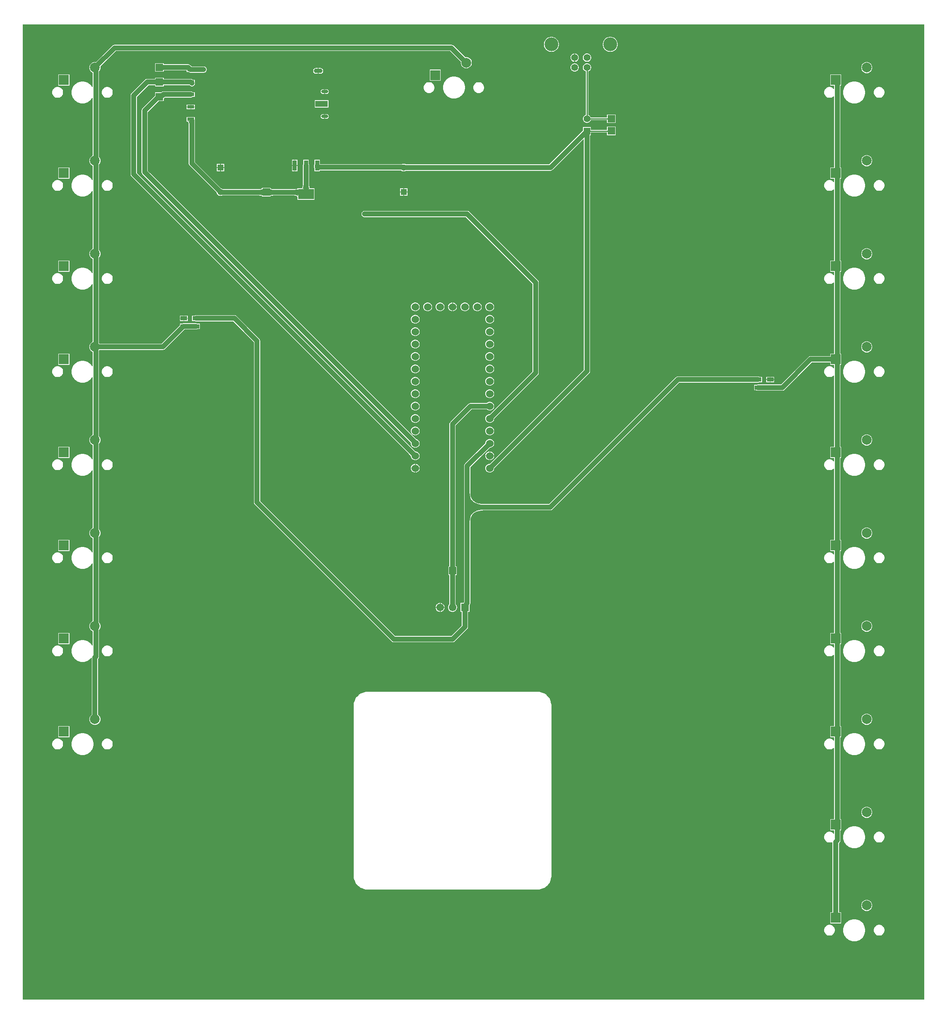
<source format=gbl>
G04*
G04 #@! TF.GenerationSoftware,Altium Limited,Altium Designer,22.10.1 (41)*
G04*
G04 Layer_Physical_Order=2*
G04 Layer_Color=16711680*
%FSLAX25Y25*%
%MOIN*%
G70*
G04*
G04 #@! TF.SameCoordinates,44C76E85-51F2-408D-B631-529058D5D606*
G04*
G04*
G04 #@! TF.FilePolarity,Positive*
G04*
G01*
G75*
%ADD13C,0.05118*%
%ADD14R,0.05118X0.05118*%
%ADD15C,0.06102*%
%ADD16R,0.06102X0.06102*%
%ADD20C,0.05600*%
%ADD25C,0.03937*%
%ADD26R,0.05512X0.05512*%
%ADD27C,0.05512*%
%ADD28C,0.11100*%
%ADD29C,0.06024*%
%ADD30R,0.07874X0.07874*%
%ADD31C,0.07874*%
%ADD32C,0.02362*%
%ADD33R,0.03543X0.08465*%
%ADD34R,0.12795X0.08465*%
%ADD35R,0.05906X0.05906*%
%ADD36R,0.05600X0.02800*%
G04:AMPARAMS|DCode=37|XSize=70mil|YSize=36mil|CornerRadius=18mil|HoleSize=0mil|Usage=FLASHONLY|Rotation=0.000|XOffset=0mil|YOffset=0mil|HoleType=Round|Shape=RoundedRectangle|*
%AMROUNDEDRECTD37*
21,1,0.07000,0.00000,0,0,0.0*
21,1,0.03400,0.03600,0,0,0.0*
1,1,0.03600,0.01700,0.00000*
1,1,0.03600,-0.01700,0.00000*
1,1,0.03600,-0.01700,0.00000*
1,1,0.03600,0.01700,0.00000*
%
%ADD37ROUNDEDRECTD37*%
G04:AMPARAMS|DCode=38|XSize=56mil|YSize=28mil|CornerRadius=14mil|HoleSize=0mil|Usage=FLASHONLY|Rotation=0.000|XOffset=0mil|YOffset=0mil|HoleType=Round|Shape=RoundedRectangle|*
%AMROUNDEDRECTD38*
21,1,0.05600,0.00000,0,0,0.0*
21,1,0.02800,0.02800,0,0,0.0*
1,1,0.02800,0.01400,0.00000*
1,1,0.02800,-0.01400,0.00000*
1,1,0.02800,-0.01400,0.00000*
1,1,0.02800,0.01400,0.00000*
%
%ADD38ROUNDEDRECTD38*%
%ADD39R,0.10000X0.05000*%
%ADD40R,0.05315X0.03347*%
%ADD41C,0.01000*%
G36*
X380193Y-168369D02*
X-346457D01*
Y617426D01*
X380193D01*
Y-168369D01*
D02*
G37*
%LPC*%
G36*
X127643Y607270D02*
X126451D01*
X125283Y607038D01*
X124181Y606582D01*
X123191Y605920D01*
X122348Y605077D01*
X121686Y604086D01*
X121230Y602985D01*
X120997Y601816D01*
Y600625D01*
X121230Y599456D01*
X121686Y598355D01*
X122348Y597364D01*
X123191Y596521D01*
X124181Y595859D01*
X125283Y595403D01*
X126451Y595170D01*
X127643D01*
X128812Y595403D01*
X129913Y595859D01*
X130904Y596521D01*
X131747Y597364D01*
X132409Y598355D01*
X132865Y599456D01*
X133097Y600625D01*
Y601816D01*
X132865Y602985D01*
X132409Y604086D01*
X131747Y605077D01*
X130904Y605920D01*
X129913Y606582D01*
X128812Y607038D01*
X127643Y607270D01*
D02*
G37*
G36*
X80242D02*
X79050D01*
X77881Y607038D01*
X76780Y606582D01*
X75789Y605920D01*
X74946Y605077D01*
X74284Y604086D01*
X73828Y602985D01*
X73596Y601816D01*
Y600625D01*
X73828Y599456D01*
X74284Y598355D01*
X74946Y597364D01*
X75789Y596521D01*
X76780Y595859D01*
X77881Y595403D01*
X79050Y595170D01*
X80242D01*
X81410Y595403D01*
X82511Y595859D01*
X83502Y596521D01*
X84345Y597364D01*
X85007Y598355D01*
X85463Y599456D01*
X85696Y600625D01*
Y601816D01*
X85463Y602985D01*
X85007Y604086D01*
X84345Y605077D01*
X83502Y605920D01*
X82511Y606582D01*
X81410Y607038D01*
X80242Y607270D01*
D02*
G37*
G36*
X98860Y593851D02*
X98675D01*
Y590801D01*
X101725D01*
Y590986D01*
X101500Y591825D01*
X101066Y592577D01*
X100451Y593192D01*
X99699Y593626D01*
X98860Y593851D01*
D02*
G37*
G36*
X98175D02*
X97991D01*
X97151Y593626D01*
X96399Y593192D01*
X95784Y592577D01*
X95350Y591825D01*
X95125Y590986D01*
Y590801D01*
X98175D01*
Y593851D01*
D02*
G37*
G36*
X108702D02*
X107833D01*
X106994Y593626D01*
X106242Y593192D01*
X105627Y592577D01*
X105193Y591825D01*
X104968Y590986D01*
Y590117D01*
X105193Y589277D01*
X105627Y588525D01*
X106242Y587911D01*
X106994Y587476D01*
X107833Y587251D01*
X108702D01*
X109541Y587476D01*
X110294Y587911D01*
X110908Y588525D01*
X111343Y589277D01*
X111568Y590117D01*
Y590986D01*
X111343Y591825D01*
X110908Y592577D01*
X110294Y593192D01*
X109541Y593626D01*
X108702Y593851D01*
D02*
G37*
G36*
X101725Y590301D02*
X98675D01*
Y587251D01*
X98860D01*
X99699Y587476D01*
X100451Y587911D01*
X101066Y588525D01*
X101500Y589277D01*
X101725Y590117D01*
Y590301D01*
D02*
G37*
G36*
X98175D02*
X95125D01*
Y590117D01*
X95350Y589277D01*
X95784Y588525D01*
X96399Y587911D01*
X97151Y587476D01*
X97991Y587251D01*
X98175D01*
Y590301D01*
D02*
G37*
G36*
X-890Y600942D02*
X-272234D01*
X-273197Y600750D01*
X-274014Y600205D01*
X-287323Y586896D01*
X-287554Y586958D01*
X-288723D01*
X-289851Y586655D01*
X-290863Y586071D01*
X-291689Y585245D01*
X-292273Y584233D01*
X-292576Y583105D01*
Y581937D01*
X-292273Y580808D01*
X-291689Y579796D01*
X-290863Y578970D01*
X-289853Y578387D01*
Y566796D01*
X-289965Y566774D01*
X-290353Y566770D01*
X-291277Y568152D01*
X-292507Y569383D01*
X-293954Y570350D01*
X-295562Y571015D01*
X-297268Y571355D01*
X-299009D01*
X-300715Y571015D01*
X-302323Y570350D01*
X-303770Y569383D01*
X-305000Y568152D01*
X-305967Y566705D01*
X-306633Y565098D01*
X-306973Y563391D01*
Y561651D01*
X-306633Y559944D01*
X-305967Y558336D01*
X-305000Y556889D01*
X-303770Y555659D01*
X-302323Y554692D01*
X-300715Y554026D01*
X-299009Y553686D01*
X-297268D01*
X-295562Y554026D01*
X-293954Y554692D01*
X-292507Y555659D01*
X-291277Y556889D01*
X-290353Y558272D01*
X-289965Y558267D01*
X-289853Y558245D01*
Y511654D01*
X-290863Y511071D01*
X-291689Y510245D01*
X-292273Y509233D01*
X-292576Y508105D01*
Y506937D01*
X-292273Y505808D01*
X-291689Y504796D01*
X-290863Y503970D01*
X-289853Y503387D01*
Y491796D01*
X-289965Y491774D01*
X-290353Y491770D01*
X-291277Y493152D01*
X-292507Y494383D01*
X-293954Y495350D01*
X-295562Y496015D01*
X-297268Y496355D01*
X-299009D01*
X-300715Y496015D01*
X-302323Y495350D01*
X-303770Y494383D01*
X-305000Y493152D01*
X-305967Y491705D01*
X-306633Y490098D01*
X-306973Y488391D01*
Y486651D01*
X-306633Y484944D01*
X-305967Y483336D01*
X-305000Y481889D01*
X-303770Y480659D01*
X-302323Y479692D01*
X-300715Y479026D01*
X-299009Y478686D01*
X-297268D01*
X-295562Y479026D01*
X-293954Y479692D01*
X-292507Y480659D01*
X-291277Y481889D01*
X-290353Y483272D01*
X-289965Y483267D01*
X-289853Y483245D01*
Y436654D01*
X-290863Y436071D01*
X-291689Y435245D01*
X-292273Y434233D01*
X-292576Y433105D01*
Y431937D01*
X-292273Y430808D01*
X-291689Y429796D01*
X-290863Y428970D01*
X-289853Y428387D01*
Y416796D01*
X-289965Y416774D01*
X-290353Y416770D01*
X-291277Y418152D01*
X-292507Y419383D01*
X-293954Y420350D01*
X-295562Y421015D01*
X-297268Y421355D01*
X-299009D01*
X-300715Y421015D01*
X-302323Y420350D01*
X-303770Y419383D01*
X-305000Y418152D01*
X-305967Y416705D01*
X-306633Y415098D01*
X-306973Y413391D01*
Y411651D01*
X-306633Y409944D01*
X-305967Y408336D01*
X-305000Y406889D01*
X-303770Y405659D01*
X-302323Y404692D01*
X-300715Y404026D01*
X-299009Y403686D01*
X-297268D01*
X-295562Y404026D01*
X-293954Y404692D01*
X-292507Y405659D01*
X-291277Y406889D01*
X-290353Y408272D01*
X-289965Y408267D01*
X-289853Y408245D01*
Y361654D01*
X-290863Y361071D01*
X-291689Y360245D01*
X-292273Y359233D01*
X-292576Y358105D01*
Y356937D01*
X-292273Y355808D01*
X-291689Y354796D01*
X-290863Y353970D01*
X-289853Y353387D01*
Y341796D01*
X-289965Y341774D01*
X-290353Y341770D01*
X-291277Y343152D01*
X-292507Y344383D01*
X-293954Y345350D01*
X-295562Y346015D01*
X-297268Y346355D01*
X-299009D01*
X-300715Y346015D01*
X-302323Y345350D01*
X-303770Y344383D01*
X-305000Y343152D01*
X-305967Y341705D01*
X-306633Y340097D01*
X-306973Y338391D01*
Y336650D01*
X-306633Y334944D01*
X-305967Y333336D01*
X-305000Y331889D01*
X-303770Y330659D01*
X-302323Y329692D01*
X-300715Y329026D01*
X-299009Y328686D01*
X-297268D01*
X-295562Y329026D01*
X-293954Y329692D01*
X-292507Y330659D01*
X-291277Y331889D01*
X-290353Y333272D01*
X-289965Y333267D01*
X-289853Y333245D01*
Y286654D01*
X-290863Y286071D01*
X-291689Y285245D01*
X-292273Y284233D01*
X-292576Y283105D01*
Y281937D01*
X-292273Y280808D01*
X-291689Y279796D01*
X-290863Y278970D01*
X-289853Y278387D01*
Y266796D01*
X-289965Y266774D01*
X-290353Y266770D01*
X-291277Y268152D01*
X-292507Y269383D01*
X-293954Y270350D01*
X-295562Y271015D01*
X-297268Y271355D01*
X-299009D01*
X-300715Y271015D01*
X-302323Y270350D01*
X-303770Y269383D01*
X-305000Y268152D01*
X-305967Y266705D01*
X-306633Y265097D01*
X-306973Y263391D01*
Y261650D01*
X-306633Y259944D01*
X-305967Y258336D01*
X-305000Y256889D01*
X-303770Y255659D01*
X-302323Y254692D01*
X-300715Y254026D01*
X-299009Y253686D01*
X-297268D01*
X-295562Y254026D01*
X-293954Y254692D01*
X-292507Y255659D01*
X-291277Y256889D01*
X-290353Y258272D01*
X-289965Y258267D01*
X-289853Y258245D01*
Y211654D01*
X-290863Y211071D01*
X-291689Y210245D01*
X-292273Y209233D01*
X-292576Y208105D01*
Y206937D01*
X-292273Y205808D01*
X-291689Y204796D01*
X-290863Y203970D01*
X-289853Y203387D01*
Y191796D01*
X-289965Y191774D01*
X-290353Y191770D01*
X-291277Y193152D01*
X-292507Y194383D01*
X-293954Y195350D01*
X-295562Y196015D01*
X-297268Y196355D01*
X-299009D01*
X-300715Y196015D01*
X-302323Y195350D01*
X-303770Y194383D01*
X-305000Y193152D01*
X-305967Y191705D01*
X-306633Y190097D01*
X-306973Y188391D01*
Y186651D01*
X-306633Y184944D01*
X-305967Y183336D01*
X-305000Y181889D01*
X-303770Y180659D01*
X-302323Y179692D01*
X-300715Y179026D01*
X-299009Y178686D01*
X-297268D01*
X-295562Y179026D01*
X-293954Y179692D01*
X-292507Y180659D01*
X-291277Y181889D01*
X-290353Y183272D01*
X-289965Y183267D01*
X-289853Y183245D01*
Y136654D01*
X-290863Y136071D01*
X-291689Y135245D01*
X-292273Y134233D01*
X-292576Y133105D01*
Y131937D01*
X-292273Y130808D01*
X-291689Y129796D01*
X-290863Y128970D01*
X-289853Y128387D01*
Y116796D01*
X-289965Y116774D01*
X-290353Y116770D01*
X-291277Y118152D01*
X-292507Y119383D01*
X-293954Y120350D01*
X-295562Y121015D01*
X-297268Y121355D01*
X-299009D01*
X-300715Y121015D01*
X-302323Y120350D01*
X-303770Y119383D01*
X-305000Y118152D01*
X-305967Y116705D01*
X-306633Y115097D01*
X-306973Y113391D01*
Y111651D01*
X-306633Y109944D01*
X-305967Y108336D01*
X-305000Y106889D01*
X-303770Y105659D01*
X-302323Y104692D01*
X-300715Y104026D01*
X-299009Y103686D01*
X-297268D01*
X-295562Y104026D01*
X-293954Y104692D01*
X-292507Y105659D01*
X-291277Y106889D01*
X-291155Y107070D01*
X-290655Y106919D01*
Y61191D01*
X-290863Y61071D01*
X-291689Y60245D01*
X-292273Y59233D01*
X-292576Y58105D01*
Y56937D01*
X-292273Y55808D01*
X-291689Y54796D01*
X-290863Y53970D01*
X-289851Y53386D01*
X-288723Y53084D01*
X-287554D01*
X-286426Y53386D01*
X-285414Y53970D01*
X-284588Y54796D01*
X-284004Y55808D01*
X-283701Y56937D01*
Y58105D01*
X-284004Y59233D01*
X-284588Y60245D01*
X-285414Y61071D01*
X-285622Y61191D01*
Y106201D01*
X-285556Y106266D01*
X-285010Y107083D01*
X-284819Y108046D01*
Y129565D01*
X-284588Y129796D01*
X-284004Y130808D01*
X-283701Y131937D01*
Y133105D01*
X-284004Y134233D01*
X-284588Y135245D01*
X-284819Y135476D01*
Y204565D01*
X-284588Y204796D01*
X-284004Y205808D01*
X-283701Y206937D01*
Y208105D01*
X-284004Y209233D01*
X-284588Y210245D01*
X-284819Y210476D01*
Y279565D01*
X-284588Y279796D01*
X-284004Y280808D01*
X-283701Y281937D01*
Y283105D01*
X-284004Y284233D01*
X-284588Y285245D01*
X-284819Y285476D01*
Y354565D01*
X-284588Y354796D01*
X-284468Y355004D01*
X-233424D01*
X-232461Y355195D01*
X-231645Y355741D01*
X-215887Y371499D01*
X-206693D01*
X-205730Y371691D01*
X-205502Y371843D01*
X-203535D01*
Y376189D01*
X-205502D01*
X-205730Y376341D01*
X-206693Y376533D01*
X-216929D01*
X-217892Y376341D01*
X-218120Y376189D01*
X-219693D01*
Y374811D01*
X-234467Y360037D01*
X-284468D01*
X-284588Y360245D01*
X-284819Y360476D01*
Y429565D01*
X-284588Y429796D01*
X-284004Y430808D01*
X-283701Y431937D01*
Y433105D01*
X-284004Y434233D01*
X-284588Y435245D01*
X-284819Y435476D01*
Y504565D01*
X-284588Y504796D01*
X-284004Y505808D01*
X-283701Y506937D01*
Y508105D01*
X-284004Y509233D01*
X-284588Y510245D01*
X-284819Y510476D01*
Y578934D01*
X-284868Y579183D01*
Y579516D01*
X-284588Y579796D01*
X-284004Y580808D01*
X-283701Y581937D01*
Y583105D01*
X-283764Y583336D01*
X-271191Y595908D01*
X-1933D01*
X6701Y587275D01*
X6639Y587043D01*
Y585875D01*
X6941Y584747D01*
X7525Y583735D01*
X8351Y582909D01*
X9363Y582324D01*
X10492Y582022D01*
X11660D01*
X12788Y582324D01*
X13800Y582909D01*
X14626Y583735D01*
X15210Y584747D01*
X15513Y585875D01*
Y587043D01*
X15210Y588172D01*
X14626Y589184D01*
X13800Y590010D01*
X12788Y590594D01*
X11660Y590896D01*
X10492D01*
X10260Y590834D01*
X889Y600205D01*
X73Y600750D01*
X-890Y600942D01*
D02*
G37*
G36*
X-106607Y582227D02*
X-108057D01*
Y580132D01*
X-104312D01*
X-104441Y580780D01*
X-104949Y581540D01*
X-105710Y582049D01*
X-106607Y582227D01*
D02*
G37*
G36*
X-108557D02*
X-110007D01*
X-110905Y582049D01*
X-111665Y581540D01*
X-112174Y580780D01*
X-112302Y580132D01*
X-108557D01*
Y582227D01*
D02*
G37*
G36*
X98860Y585977D02*
X97991D01*
X97151Y585752D01*
X96399Y585318D01*
X95784Y584703D01*
X95350Y583951D01*
X95125Y583112D01*
Y582243D01*
X95350Y581403D01*
X95784Y580651D01*
X96399Y580036D01*
X97151Y579602D01*
X97991Y579377D01*
X98860D01*
X99699Y579602D01*
X100451Y580036D01*
X101066Y580651D01*
X101500Y581403D01*
X101725Y582243D01*
Y583112D01*
X101500Y583951D01*
X101066Y584703D01*
X100451Y585318D01*
X99699Y585752D01*
X98860Y585977D01*
D02*
G37*
G36*
X-232768Y586130D02*
X-239673D01*
Y579224D01*
X-232768D01*
Y580160D01*
X-214166D01*
Y578966D01*
X-212725D01*
X-212099Y578548D01*
X-211136Y578356D01*
X-200571D01*
X-199608Y578548D01*
X-198791Y579093D01*
X-198245Y579910D01*
X-198054Y580873D01*
X-198245Y581836D01*
X-198791Y582653D01*
X-199608Y583198D01*
X-200571Y583390D01*
X-210093D01*
X-211160Y584457D01*
X-211977Y585003D01*
X-212940Y585194D01*
X-232768D01*
Y586130D01*
D02*
G37*
G36*
X334282Y586958D02*
X333114D01*
X331986Y586656D01*
X330974Y586072D01*
X330148Y585245D01*
X329564Y584234D01*
X329261Y583105D01*
Y581937D01*
X329564Y580808D01*
X330148Y579797D01*
X330974Y578971D01*
X331986Y578386D01*
X333114Y578084D01*
X334282D01*
X335411Y578386D01*
X336423Y578971D01*
X337249Y579797D01*
X337833Y580808D01*
X338135Y581937D01*
Y583105D01*
X337833Y584234D01*
X337249Y585245D01*
X336423Y586072D01*
X335411Y586656D01*
X334282Y586958D01*
D02*
G37*
G36*
X-104312Y579632D02*
X-108057D01*
Y577537D01*
X-106607D01*
X-105710Y577716D01*
X-104949Y578224D01*
X-104441Y578985D01*
X-104312Y579632D01*
D02*
G37*
G36*
X-108557D02*
X-112302D01*
X-112174Y578985D01*
X-111665Y578224D01*
X-110905Y577716D01*
X-110007Y577537D01*
X-108557D01*
Y579632D01*
D02*
G37*
G36*
X-9487Y580896D02*
X-18361D01*
Y572022D01*
X-9487D01*
Y580896D01*
D02*
G37*
G36*
X-308701Y576958D02*
X-317576D01*
Y568084D01*
X-308701D01*
Y576958D01*
D02*
G37*
G36*
X-232768Y574319D02*
X-239673D01*
Y573383D01*
X-246063D01*
X-247026Y573191D01*
X-247843Y572646D01*
X-258669Y561819D01*
X-259215Y561002D01*
X-259407Y560039D01*
Y496693D01*
X-259215Y495730D01*
X-258669Y494913D01*
X-33512Y269756D01*
Y269341D01*
X-33272Y268448D01*
X-32810Y267647D01*
X-32156Y266993D01*
X-31356Y266531D01*
X-30462Y266291D01*
X-29538D01*
X-28644Y266531D01*
X-27844Y266993D01*
X-27190Y267647D01*
X-26728Y268448D01*
X-26488Y269341D01*
Y270266D01*
X-26728Y271159D01*
X-27190Y271959D01*
X-27844Y272613D01*
X-28644Y273076D01*
X-29538Y273315D01*
X-29952D01*
X-254373Y497735D01*
Y558997D01*
X-245021Y568349D01*
X-239673D01*
Y567413D01*
X-232768D01*
Y568349D01*
X-211909D01*
X-211780Y568220D01*
X-210963Y567675D01*
X-210000Y567483D01*
X-209037Y567675D01*
X-208220Y568220D01*
X-207722Y568966D01*
X-207566D01*
Y569583D01*
X-207483Y570000D01*
X-207566Y570417D01*
Y572766D01*
X-209266D01*
X-209903Y573191D01*
X-210866Y573383D01*
X-232768D01*
Y574319D01*
D02*
G37*
G36*
X313135Y576958D02*
X304261D01*
Y568084D01*
X307484D01*
Y565572D01*
X306984Y565365D01*
X306360Y565989D01*
X305371Y566560D01*
X304269Y566855D01*
X303128D01*
X302025Y566560D01*
X301037Y565989D01*
X300230Y565182D01*
X299659Y564194D01*
X299364Y563092D01*
Y561950D01*
X299659Y560848D01*
X300230Y559860D01*
X301037Y559053D01*
X302025Y558482D01*
X303128Y558187D01*
X304269D01*
X305371Y558482D01*
X306360Y559053D01*
X306984Y559677D01*
X307484Y559470D01*
Y501958D01*
X304261D01*
Y493084D01*
X307484D01*
Y490572D01*
X306984Y490365D01*
X306360Y490989D01*
X305371Y491560D01*
X304269Y491855D01*
X303128D01*
X302025Y491560D01*
X301037Y490989D01*
X300230Y490182D01*
X299659Y489194D01*
X299364Y488092D01*
Y486950D01*
X299659Y485848D01*
X300230Y484860D01*
X301037Y484053D01*
X302025Y483482D01*
X303128Y483187D01*
X304269D01*
X305371Y483482D01*
X306360Y484053D01*
X306984Y484677D01*
X307484Y484470D01*
Y426958D01*
X304261D01*
Y418084D01*
X307484D01*
Y415572D01*
X306984Y415365D01*
X306360Y415989D01*
X305371Y416560D01*
X304269Y416855D01*
X303128D01*
X302025Y416560D01*
X301037Y415989D01*
X300230Y415182D01*
X299659Y414194D01*
X299364Y413092D01*
Y411950D01*
X299659Y410848D01*
X300230Y409860D01*
X301037Y409053D01*
X302025Y408482D01*
X303128Y408187D01*
X304269D01*
X305371Y408482D01*
X306360Y409053D01*
X306984Y409677D01*
X307484Y409470D01*
Y351958D01*
X304261D01*
Y350038D01*
X288466D01*
X287503Y349846D01*
X286686Y349301D01*
X264705Y327320D01*
X246063D01*
X245100Y327128D01*
X244872Y326976D01*
X242905D01*
Y322630D01*
X244872D01*
X245100Y322478D01*
X246063Y322286D01*
X265748D01*
X266711Y322478D01*
X267528Y323024D01*
X289509Y345004D01*
X304261D01*
Y343084D01*
X307484D01*
Y340572D01*
X306984Y340365D01*
X306360Y340989D01*
X305371Y341560D01*
X304269Y341855D01*
X303128D01*
X302025Y341560D01*
X301037Y340989D01*
X300230Y340182D01*
X299659Y339194D01*
X299364Y338092D01*
Y336950D01*
X299659Y335848D01*
X300230Y334860D01*
X301037Y334053D01*
X302025Y333482D01*
X303128Y333187D01*
X304269D01*
X305371Y333482D01*
X306360Y334053D01*
X306984Y334677D01*
X307484Y334470D01*
Y276958D01*
X304261D01*
Y268084D01*
X307484D01*
Y265572D01*
X306984Y265365D01*
X306360Y265989D01*
X305371Y266560D01*
X304269Y266855D01*
X303128D01*
X302025Y266560D01*
X301037Y265989D01*
X300230Y265182D01*
X299659Y264194D01*
X299364Y263092D01*
Y261950D01*
X299659Y260848D01*
X300230Y259860D01*
X301037Y259053D01*
X302025Y258482D01*
X303128Y258187D01*
X304269D01*
X305371Y258482D01*
X306360Y259053D01*
X306984Y259677D01*
X307484Y259470D01*
Y201958D01*
X304261D01*
Y193084D01*
X307484D01*
Y190572D01*
X306984Y190365D01*
X306360Y190989D01*
X305371Y191560D01*
X304269Y191855D01*
X303128D01*
X302025Y191560D01*
X301037Y190989D01*
X300230Y190182D01*
X299659Y189194D01*
X299364Y188092D01*
Y186951D01*
X299659Y185848D01*
X300230Y184860D01*
X301037Y184053D01*
X302025Y183482D01*
X303128Y183187D01*
X304269D01*
X305371Y183482D01*
X306360Y184053D01*
X306984Y184677D01*
X307484Y184470D01*
Y126958D01*
X304261D01*
Y118084D01*
X307484D01*
Y115572D01*
X306984Y115365D01*
X306360Y115989D01*
X305371Y116560D01*
X304269Y116855D01*
X303128D01*
X302025Y116560D01*
X301037Y115989D01*
X300230Y115182D01*
X299659Y114194D01*
X299364Y113092D01*
Y111951D01*
X299659Y110848D01*
X300230Y109860D01*
X301037Y109053D01*
X302025Y108482D01*
X303128Y108187D01*
X304269D01*
X305371Y108482D01*
X306360Y109053D01*
X306984Y109677D01*
X307484Y109470D01*
Y51958D01*
X304261D01*
Y43084D01*
X307484D01*
Y40572D01*
X306984Y40365D01*
X306360Y40989D01*
X305371Y41560D01*
X304269Y41855D01*
X303128D01*
X302025Y41560D01*
X301037Y40989D01*
X300230Y40182D01*
X299659Y39194D01*
X299364Y38092D01*
Y36950D01*
X299659Y35848D01*
X300230Y34860D01*
X301037Y34053D01*
X302025Y33482D01*
X303128Y33187D01*
X304269D01*
X305371Y33482D01*
X306360Y34053D01*
X306984Y34677D01*
X307484Y34470D01*
Y-23042D01*
X304261D01*
Y-31916D01*
X307484D01*
Y-34428D01*
X306984Y-34635D01*
X306360Y-34011D01*
X305371Y-33440D01*
X304269Y-33145D01*
X303128D01*
X302025Y-33440D01*
X301037Y-34011D01*
X300230Y-34818D01*
X299659Y-35806D01*
X299364Y-36908D01*
Y-38050D01*
X299659Y-39152D01*
X300230Y-40140D01*
X301037Y-40947D01*
X302025Y-41518D01*
X303128Y-41813D01*
X304269D01*
X305371Y-41518D01*
X305711Y-41322D01*
X306181Y-41627D01*
Y-98042D01*
X304261D01*
Y-106916D01*
X313135D01*
Y-98042D01*
X311215D01*
Y-42435D01*
X311781Y-41869D01*
X312326Y-41053D01*
X312518Y-40090D01*
Y-31916D01*
X313135D01*
Y-23042D01*
X312518D01*
Y43084D01*
X313135D01*
Y51958D01*
X312518D01*
Y118084D01*
X313135D01*
Y126958D01*
X312518D01*
Y193084D01*
X313135D01*
Y201958D01*
X312518D01*
Y268084D01*
X313135D01*
Y276958D01*
X312518D01*
Y343084D01*
X313135D01*
Y351958D01*
X312518D01*
Y418084D01*
X313135D01*
Y426958D01*
X312518D01*
Y493084D01*
X313135D01*
Y501958D01*
X312518D01*
Y568084D01*
X313135D01*
Y576958D01*
D02*
G37*
G36*
X-101592Y565126D02*
X-102742D01*
Y563439D01*
X-99705D01*
X-99802Y563931D01*
X-100222Y564559D01*
X-100851Y564979D01*
X-101592Y565126D01*
D02*
G37*
G36*
X-103242D02*
X-104392D01*
X-105133Y564979D01*
X-105762Y564559D01*
X-106182Y563931D01*
X-106280Y563439D01*
X-103242D01*
Y565126D01*
D02*
G37*
G36*
X21646Y570793D02*
X20505D01*
X19403Y570498D01*
X18414Y569927D01*
X17607Y569120D01*
X17037Y568132D01*
X16741Y567030D01*
Y565889D01*
X17037Y564786D01*
X17607Y563798D01*
X18414Y562991D01*
X19403Y562420D01*
X20505Y562125D01*
X21646D01*
X22749Y562420D01*
X23737Y562991D01*
X24544Y563798D01*
X25115Y564786D01*
X25410Y565889D01*
Y567030D01*
X25115Y568132D01*
X24544Y569120D01*
X23737Y569927D01*
X22749Y570498D01*
X21646Y570793D01*
D02*
G37*
G36*
X-18354D02*
X-19495D01*
X-20597Y570498D01*
X-21586Y569927D01*
X-22392Y569120D01*
X-22963Y568132D01*
X-23258Y567030D01*
Y565889D01*
X-22963Y564786D01*
X-22392Y563798D01*
X-21586Y562991D01*
X-20597Y562420D01*
X-19495Y562125D01*
X-18354D01*
X-17251Y562420D01*
X-16263Y562991D01*
X-15456Y563798D01*
X-14885Y564786D01*
X-14590Y565889D01*
Y567030D01*
X-14885Y568132D01*
X-15456Y569120D01*
X-16263Y569927D01*
X-17251Y570498D01*
X-18354Y570793D01*
D02*
G37*
G36*
X-99705Y562939D02*
X-102742D01*
Y561252D01*
X-101592D01*
X-100851Y561399D01*
X-100222Y561819D01*
X-99802Y562448D01*
X-99705Y562939D01*
D02*
G37*
G36*
X-103242D02*
X-106280D01*
X-106182Y562448D01*
X-105762Y561819D01*
X-105133Y561399D01*
X-104392Y561252D01*
X-103242D01*
Y562939D01*
D02*
G37*
G36*
X344269Y566855D02*
X343128D01*
X342025Y566560D01*
X341037Y565989D01*
X340230Y565182D01*
X339659Y564194D01*
X339364Y563092D01*
Y561950D01*
X339659Y560848D01*
X340230Y559860D01*
X341037Y559053D01*
X342025Y558482D01*
X343128Y558187D01*
X344269D01*
X345371Y558482D01*
X346359Y559053D01*
X347166Y559860D01*
X347737Y560848D01*
X348032Y561950D01*
Y563092D01*
X347737Y564194D01*
X347166Y565182D01*
X346359Y565989D01*
X345371Y566560D01*
X344269Y566855D01*
D02*
G37*
G36*
X-277568Y566855D02*
X-278709D01*
X-279811Y566560D01*
X-280800Y565989D01*
X-281607Y565182D01*
X-282177Y564194D01*
X-282473Y563091D01*
Y561950D01*
X-282177Y560848D01*
X-281607Y559859D01*
X-280800Y559052D01*
X-279811Y558482D01*
X-278709Y558186D01*
X-277568D01*
X-276466Y558482D01*
X-275477Y559052D01*
X-274670Y559859D01*
X-274100Y560848D01*
X-273804Y561950D01*
Y563091D01*
X-274100Y564194D01*
X-274670Y565182D01*
X-275477Y565989D01*
X-276466Y566560D01*
X-277568Y566855D01*
D02*
G37*
G36*
X-317568D02*
X-318709D01*
X-319811Y566560D01*
X-320800Y565989D01*
X-321607Y565182D01*
X-322177Y564194D01*
X-322473Y563091D01*
Y561950D01*
X-322177Y560848D01*
X-321607Y559859D01*
X-320800Y559052D01*
X-319811Y558482D01*
X-318709Y558186D01*
X-317568D01*
X-316465Y558482D01*
X-315477Y559052D01*
X-314670Y559859D01*
X-314100Y560848D01*
X-313804Y561950D01*
Y563091D01*
X-314100Y564194D01*
X-314670Y565182D01*
X-315477Y565989D01*
X-316465Y566560D01*
X-317568Y566855D01*
D02*
G37*
G36*
X1946Y575293D02*
X206D01*
X-1501Y574954D01*
X-3109Y574288D01*
X-4556Y573321D01*
X-5786Y572091D01*
X-6753Y570644D01*
X-7419Y569036D01*
X-7758Y567329D01*
Y565589D01*
X-7419Y563882D01*
X-6753Y562275D01*
X-5786Y560828D01*
X-4556Y559597D01*
X-3109Y558630D01*
X-1501Y557964D01*
X206Y557625D01*
X1946D01*
X3653Y557964D01*
X5260Y558630D01*
X6707Y559597D01*
X7938Y560828D01*
X8905Y562275D01*
X9571Y563882D01*
X9910Y565589D01*
Y567329D01*
X9571Y569036D01*
X8905Y570644D01*
X7938Y572091D01*
X6707Y573321D01*
X5260Y574288D01*
X3653Y574954D01*
X1946Y575293D01*
D02*
G37*
G36*
X324568Y571355D02*
X322828D01*
X321121Y571016D01*
X319514Y570350D01*
X318067Y569383D01*
X316836Y568153D01*
X315869Y566706D01*
X315203Y565098D01*
X314864Y563391D01*
Y561651D01*
X315203Y559944D01*
X315869Y558336D01*
X316836Y556889D01*
X318067Y555659D01*
X319514Y554692D01*
X321121Y554026D01*
X322828Y553687D01*
X324568D01*
X326275Y554026D01*
X327883Y554692D01*
X329330Y555659D01*
X330560Y556889D01*
X331527Y558336D01*
X332193Y559944D01*
X332533Y561651D01*
Y563391D01*
X332193Y565098D01*
X331527Y566706D01*
X330560Y568153D01*
X329330Y569383D01*
X327883Y570350D01*
X326275Y571016D01*
X324568Y571355D01*
D02*
G37*
G36*
X-207566Y552766D02*
X-210616D01*
Y551116D01*
X-207566D01*
Y552766D01*
D02*
G37*
G36*
X-211116D02*
X-214166D01*
Y551116D01*
X-211116D01*
Y552766D01*
D02*
G37*
G36*
X-100012Y556189D02*
X-111012D01*
Y550189D01*
X-100012D01*
Y556189D01*
D02*
G37*
G36*
X-207566Y550616D02*
X-210616D01*
Y548966D01*
X-207566D01*
Y550616D01*
D02*
G37*
G36*
X-211116D02*
X-214166D01*
Y548966D01*
X-211116D01*
Y550616D01*
D02*
G37*
G36*
X-101592Y545126D02*
X-102742D01*
Y543439D01*
X-99705D01*
X-99802Y543930D01*
X-100222Y544559D01*
X-100851Y544979D01*
X-101592Y545126D01*
D02*
G37*
G36*
X-103242D02*
X-104392D01*
X-105133Y544979D01*
X-105762Y544559D01*
X-106182Y543930D01*
X-106280Y543439D01*
X-103242D01*
Y545126D01*
D02*
G37*
G36*
X-99705Y542939D02*
X-102742D01*
Y541252D01*
X-101592D01*
X-100851Y541399D01*
X-100222Y541819D01*
X-99802Y542448D01*
X-99705Y542939D01*
D02*
G37*
G36*
X-103242D02*
X-106280D01*
X-106182Y542448D01*
X-105762Y541819D01*
X-105133Y541399D01*
X-104392Y541252D01*
X-103242D01*
Y542939D01*
D02*
G37*
G36*
X108702Y585977D02*
X107833D01*
X106994Y585752D01*
X106242Y585318D01*
X105627Y584703D01*
X105193Y583951D01*
X104968Y583112D01*
Y582243D01*
X105193Y581403D01*
X105627Y580651D01*
X106242Y580036D01*
X106994Y579602D01*
X107248Y579534D01*
Y544436D01*
X107011Y544373D01*
X106269Y543944D01*
X105662Y543338D01*
X105234Y542595D01*
X105012Y541767D01*
Y540910D01*
X105234Y540082D01*
X105662Y539339D01*
X106269Y538733D01*
X107011Y538305D01*
X107839Y538083D01*
X108696D01*
X109525Y538305D01*
X110267Y538733D01*
X110873Y539339D01*
X111302Y540082D01*
X111365Y540319D01*
X124500D01*
Y537886D01*
X131405D01*
Y544791D01*
X124500D01*
Y542358D01*
X111365D01*
X111302Y542595D01*
X110873Y543338D01*
X110267Y543944D01*
X109525Y544373D01*
X109287Y544436D01*
Y579534D01*
X109541Y579602D01*
X110294Y580036D01*
X110908Y580651D01*
X111343Y581403D01*
X111568Y582243D01*
Y583112D01*
X111343Y583951D01*
X110908Y584703D01*
X110294Y585318D01*
X109541Y585752D01*
X108702Y585977D01*
D02*
G37*
G36*
X131405Y534949D02*
X124500D01*
Y532358D01*
X111524D01*
Y534594D01*
X105012D01*
Y531642D01*
X77855Y504485D01*
X-37611D01*
X-38189Y504819D01*
X-38967Y505027D01*
X-39773D01*
X-40551Y504819D01*
X-40737Y504711D01*
X-106823D01*
Y508374D01*
X-111366D01*
Y504685D01*
X-111420Y504605D01*
X-111611Y503642D01*
Y502391D01*
X-111420Y501428D01*
X-111366Y501348D01*
Y498910D01*
X-106823D01*
Y499678D01*
X-41405D01*
X-41248Y499521D01*
X-40551Y499118D01*
X-39773Y498910D01*
X-38967D01*
X-38189Y499118D01*
X-37611Y499452D01*
X78898D01*
X79861Y499643D01*
X80677Y500189D01*
X105289Y524800D01*
X105751Y524609D01*
Y339113D01*
X29952Y263315D01*
X29538D01*
X28644Y263076D01*
X27844Y262613D01*
X27190Y261960D01*
X26728Y261159D01*
X26488Y260265D01*
Y259341D01*
X26728Y258448D01*
X27190Y257647D01*
X27844Y256993D01*
X28644Y256531D01*
X29538Y256291D01*
X30462D01*
X31356Y256531D01*
X32156Y256993D01*
X32810Y257647D01*
X33272Y258448D01*
X33512Y259341D01*
Y259756D01*
X110047Y336291D01*
X110593Y337108D01*
X110785Y338071D01*
Y528083D01*
X111524D01*
Y530319D01*
X124500D01*
Y528043D01*
X131405D01*
Y534949D01*
D02*
G37*
G36*
X-124854Y508374D02*
X-126876D01*
Y503892D01*
X-124854D01*
Y508374D01*
D02*
G37*
G36*
X-127376D02*
X-129398D01*
Y503892D01*
X-127376D01*
Y508374D01*
D02*
G37*
G36*
X334282Y511958D02*
X333114D01*
X331986Y511656D01*
X330974Y511072D01*
X330148Y510245D01*
X329564Y509234D01*
X329261Y508105D01*
Y506937D01*
X329564Y505808D01*
X330148Y504797D01*
X330974Y503971D01*
X331986Y503386D01*
X333114Y503084D01*
X334282D01*
X335411Y503386D01*
X336423Y503971D01*
X337249Y504797D01*
X337833Y505808D01*
X338135Y506937D01*
Y508105D01*
X337833Y509234D01*
X337249Y510245D01*
X336423Y511072D01*
X335411Y511656D01*
X334282Y511958D01*
D02*
G37*
G36*
X-183949Y505027D02*
X-186758D01*
Y502218D01*
X-183949D01*
Y505027D01*
D02*
G37*
G36*
X-187258D02*
X-190067D01*
Y502218D01*
X-187258D01*
Y505027D01*
D02*
G37*
G36*
X-124854Y503392D02*
X-126876D01*
Y498910D01*
X-124854D01*
Y503392D01*
D02*
G37*
G36*
X-127376D02*
X-129398D01*
Y498910D01*
X-127376D01*
Y503392D01*
D02*
G37*
G36*
X-183949Y501719D02*
X-186758D01*
Y498910D01*
X-183949D01*
Y501719D01*
D02*
G37*
G36*
X-187258D02*
X-190067D01*
Y498910D01*
X-187258D01*
Y501719D01*
D02*
G37*
G36*
X-308701Y501958D02*
X-317576D01*
Y493084D01*
X-308701D01*
Y501958D01*
D02*
G37*
G36*
X344269Y491855D02*
X343128D01*
X342025Y491560D01*
X341037Y490989D01*
X340230Y490182D01*
X339659Y489194D01*
X339364Y488092D01*
Y486950D01*
X339659Y485848D01*
X340230Y484860D01*
X341037Y484053D01*
X342025Y483482D01*
X343128Y483187D01*
X344269D01*
X345371Y483482D01*
X346359Y484053D01*
X347166Y484860D01*
X347737Y485848D01*
X348032Y486950D01*
Y488092D01*
X347737Y489194D01*
X347166Y490182D01*
X346359Y490989D01*
X345371Y491560D01*
X344269Y491855D01*
D02*
G37*
G36*
X-277568Y491855D02*
X-278709D01*
X-279811Y491560D01*
X-280800Y490989D01*
X-281607Y490182D01*
X-282177Y489194D01*
X-282473Y488091D01*
Y486950D01*
X-282177Y485848D01*
X-281607Y484859D01*
X-280800Y484052D01*
X-279811Y483482D01*
X-278709Y483186D01*
X-277568D01*
X-276466Y483482D01*
X-275477Y484052D01*
X-274670Y484859D01*
X-274100Y485848D01*
X-273804Y486950D01*
Y488091D01*
X-274100Y489194D01*
X-274670Y490182D01*
X-275477Y490989D01*
X-276466Y491560D01*
X-277568Y491855D01*
D02*
G37*
G36*
X-317568D02*
X-318709D01*
X-319811Y491560D01*
X-320800Y490989D01*
X-321607Y490182D01*
X-322177Y489194D01*
X-322473Y488091D01*
Y486950D01*
X-322177Y485848D01*
X-321607Y484859D01*
X-320800Y484052D01*
X-319811Y483482D01*
X-318709Y483186D01*
X-317568D01*
X-316465Y483482D01*
X-315477Y484052D01*
X-314670Y484859D01*
X-314100Y485848D01*
X-313804Y486950D01*
Y488091D01*
X-314100Y489194D01*
X-314670Y490182D01*
X-315477Y490989D01*
X-316465Y491560D01*
X-317568Y491855D01*
D02*
G37*
G36*
X-36311Y485343D02*
X-39120D01*
Y482534D01*
X-36311D01*
Y485343D01*
D02*
G37*
G36*
X-39620D02*
X-42429D01*
Y482534D01*
X-39620D01*
Y485343D01*
D02*
G37*
G36*
X-36311Y482033D02*
X-39120D01*
Y479224D01*
X-36311D01*
Y482033D01*
D02*
G37*
G36*
X-39620D02*
X-42429D01*
Y479224D01*
X-39620D01*
Y482033D01*
D02*
G37*
G36*
X324568Y496355D02*
X322828D01*
X321121Y496016D01*
X319514Y495350D01*
X318067Y494383D01*
X316836Y493153D01*
X315869Y491706D01*
X315203Y490098D01*
X314864Y488391D01*
Y486651D01*
X315203Y484944D01*
X315869Y483336D01*
X316836Y481889D01*
X318067Y480659D01*
X319514Y479692D01*
X321121Y479026D01*
X322828Y478687D01*
X324568D01*
X326275Y479026D01*
X327883Y479692D01*
X329330Y480659D01*
X330560Y481889D01*
X331527Y483336D01*
X332193Y484944D01*
X332533Y486651D01*
Y488391D01*
X332193Y490098D01*
X331527Y491706D01*
X330560Y493153D01*
X329330Y494383D01*
X327883Y495350D01*
X326275Y496016D01*
X324568Y496355D01*
D02*
G37*
G36*
X-207566Y542766D02*
X-214166D01*
Y539589D01*
X-214191Y539544D01*
X-214182Y539510D01*
X-214195Y539478D01*
X-214166Y539408D01*
Y538966D01*
X-213765D01*
X-213720Y538941D01*
X-213473Y538910D01*
X-213322Y538848D01*
X-213178Y538736D01*
X-213031Y538552D01*
X-212888Y538278D01*
X-212759Y537910D01*
X-212653Y537450D01*
X-212574Y536900D01*
X-212526Y536263D01*
X-212517Y535853D01*
Y505276D01*
X-212325Y504312D01*
X-211780Y503496D01*
X-190031Y481747D01*
X-189858Y481103D01*
X-189456Y480405D01*
X-188886Y479836D01*
X-188189Y479433D01*
X-187411Y479224D01*
X-186605D01*
X-185827Y479433D01*
X-185641Y479541D01*
X-156226D01*
X-156155Y479540D01*
X-154922Y479477D01*
X-154441Y479424D01*
X-154044Y479357D01*
X-153742Y479281D01*
X-153544Y479206D01*
X-153478Y479166D01*
X-153473Y479148D01*
X-153461Y479132D01*
Y478770D01*
X-153020D01*
X-152949Y478741D01*
X-152884Y478768D01*
X-152815Y478758D01*
X-152798Y478770D01*
X-147219D01*
X-147203Y478758D01*
X-147133Y478768D01*
X-147068Y478741D01*
X-146997Y478770D01*
X-146556D01*
Y479132D01*
X-146544Y479148D01*
X-146539Y479166D01*
X-146474Y479206D01*
X-146275Y479281D01*
X-145973Y479357D01*
X-145587Y479422D01*
X-143858Y479540D01*
X-143791Y479541D01*
X-128167D01*
X-127714Y479529D01*
X-127081Y479473D01*
X-126535Y479382D01*
X-126080Y479260D01*
X-125717Y479112D01*
X-125445Y478946D01*
X-125255Y478770D01*
X-125130Y478584D01*
X-125055Y478373D01*
X-125022Y478063D01*
X-125008Y478037D01*
Y475878D01*
X-111213D01*
Y485343D01*
X-114068D01*
X-114117Y485369D01*
X-114427Y485401D01*
X-114638Y485476D01*
X-114824Y485600D01*
X-115000Y485789D01*
X-115165Y486060D01*
X-115313Y486421D01*
X-115435Y486875D01*
X-115526Y487419D01*
X-115582Y488051D01*
X-115593Y488503D01*
Y503642D01*
X-115785Y504605D01*
X-115839Y504685D01*
Y508374D01*
X-120382D01*
Y504685D01*
X-120436Y504605D01*
X-120627Y503642D01*
Y488503D01*
X-120639Y488051D01*
X-120695Y487419D01*
X-120785Y486875D01*
X-120907Y486421D01*
X-121055Y486060D01*
X-121221Y485789D01*
X-121397Y485600D01*
X-121582Y485476D01*
X-121793Y485401D01*
X-122104Y485369D01*
X-122152Y485343D01*
X-124345D01*
X-124361Y485355D01*
X-124431Y485345D01*
X-124497Y485372D01*
X-124567Y485343D01*
X-125008D01*
Y484982D01*
X-125020Y484966D01*
X-125024Y484948D01*
X-125090Y484908D01*
X-125288Y484833D01*
X-125591Y484757D01*
X-125976Y484693D01*
X-127706Y484575D01*
X-127771Y484574D01*
X-143345D01*
X-144513Y484612D01*
X-145071Y484666D01*
X-145546Y484739D01*
X-145931Y484830D01*
X-146219Y484932D01*
X-146404Y485032D01*
X-146492Y485108D01*
X-146514Y485144D01*
X-146535Y485261D01*
X-146556Y485292D01*
Y485676D01*
X-146997D01*
X-147068Y485705D01*
X-147115Y485685D01*
X-147165Y485696D01*
X-147196Y485676D01*
X-152821D01*
X-152852Y485696D01*
X-152902Y485685D01*
X-152949Y485705D01*
X-153020Y485676D01*
X-153461D01*
Y485292D01*
X-153482Y485261D01*
X-153503Y485144D01*
X-153525Y485108D01*
X-153613Y485032D01*
X-153799Y484932D01*
X-154086Y484830D01*
X-154471Y484739D01*
X-154940Y484667D01*
X-156162Y484578D01*
X-156420Y484574D01*
X-184973D01*
X-185130Y484731D01*
X-185827Y485134D01*
X-186472Y485307D01*
X-207483Y506318D01*
Y540000D01*
X-207566Y540417D01*
Y542766D01*
D02*
G37*
G36*
X334282Y436958D02*
X333114D01*
X331986Y436656D01*
X330974Y436072D01*
X330148Y435245D01*
X329564Y434234D01*
X329261Y433105D01*
Y431937D01*
X329564Y430808D01*
X330148Y429797D01*
X330974Y428971D01*
X331986Y428386D01*
X333114Y428084D01*
X334282D01*
X335411Y428386D01*
X336423Y428971D01*
X337249Y429797D01*
X337833Y430808D01*
X338135Y431937D01*
Y433105D01*
X337833Y434234D01*
X337249Y435245D01*
X336423Y436072D01*
X335411Y436656D01*
X334282Y436958D01*
D02*
G37*
G36*
X-308701Y426958D02*
X-317576D01*
Y418084D01*
X-308701D01*
Y426958D01*
D02*
G37*
G36*
X344269Y416855D02*
X343128D01*
X342025Y416560D01*
X341037Y415989D01*
X340230Y415182D01*
X339659Y414194D01*
X339364Y413092D01*
Y411950D01*
X339659Y410848D01*
X340230Y409860D01*
X341037Y409053D01*
X342025Y408482D01*
X343128Y408187D01*
X344269D01*
X345371Y408482D01*
X346359Y409053D01*
X347166Y409860D01*
X347737Y410848D01*
X348032Y411950D01*
Y413092D01*
X347737Y414194D01*
X347166Y415182D01*
X346359Y415989D01*
X345371Y416560D01*
X344269Y416855D01*
D02*
G37*
G36*
X-277568Y416855D02*
X-278709D01*
X-279811Y416560D01*
X-280800Y415989D01*
X-281607Y415182D01*
X-282177Y414194D01*
X-282473Y413091D01*
Y411950D01*
X-282177Y410848D01*
X-281607Y409859D01*
X-280800Y409052D01*
X-279811Y408482D01*
X-278709Y408186D01*
X-277568D01*
X-276466Y408482D01*
X-275477Y409052D01*
X-274670Y409859D01*
X-274100Y410848D01*
X-273804Y411950D01*
Y413091D01*
X-274100Y414194D01*
X-274670Y415182D01*
X-275477Y415989D01*
X-276466Y416560D01*
X-277568Y416855D01*
D02*
G37*
G36*
X-317568D02*
X-318709D01*
X-319811Y416560D01*
X-320800Y415989D01*
X-321607Y415182D01*
X-322177Y414194D01*
X-322473Y413091D01*
Y411950D01*
X-322177Y410848D01*
X-321607Y409859D01*
X-320800Y409052D01*
X-319811Y408482D01*
X-318709Y408186D01*
X-317568D01*
X-316465Y408482D01*
X-315477Y409052D01*
X-314670Y409859D01*
X-314100Y410848D01*
X-313804Y411950D01*
Y413091D01*
X-314100Y414194D01*
X-314670Y415182D01*
X-315477Y415989D01*
X-316465Y416560D01*
X-317568Y416855D01*
D02*
G37*
G36*
X324568Y421355D02*
X322828D01*
X321121Y421016D01*
X319514Y420350D01*
X318067Y419383D01*
X316836Y418153D01*
X315869Y416706D01*
X315203Y415098D01*
X314864Y413391D01*
Y411651D01*
X315203Y409944D01*
X315869Y408336D01*
X316836Y406890D01*
X318067Y405659D01*
X319514Y404692D01*
X321121Y404026D01*
X322828Y403687D01*
X324568D01*
X326275Y404026D01*
X327883Y404692D01*
X329330Y405659D01*
X330560Y406890D01*
X331527Y408336D01*
X332193Y409944D01*
X332533Y411651D01*
Y413391D01*
X332193Y415098D01*
X331527Y416706D01*
X330560Y418153D01*
X329330Y419383D01*
X327883Y420350D01*
X326275Y421016D01*
X324568Y421355D01*
D02*
G37*
G36*
X462Y393315D02*
X250D01*
Y390053D01*
X3512D01*
Y390265D01*
X3272Y391159D01*
X2810Y391960D01*
X2156Y392613D01*
X1355Y393076D01*
X462Y393315D01*
D02*
G37*
G36*
X-250D02*
X-462D01*
X-1355Y393076D01*
X-2156Y392613D01*
X-2810Y391960D01*
X-3272Y391159D01*
X-3512Y390265D01*
Y390053D01*
X-250D01*
Y393315D01*
D02*
G37*
G36*
X30462D02*
X29538D01*
X28644Y393076D01*
X27844Y392613D01*
X27190Y391960D01*
X26728Y391159D01*
X26488Y390265D01*
Y389341D01*
X26728Y388448D01*
X27190Y387647D01*
X27844Y386993D01*
X28644Y386531D01*
X29538Y386291D01*
X30462D01*
X31356Y386531D01*
X32156Y386993D01*
X32810Y387647D01*
X33272Y388448D01*
X33512Y389341D01*
Y390265D01*
X33272Y391159D01*
X32810Y391960D01*
X32156Y392613D01*
X31356Y393076D01*
X30462Y393315D01*
D02*
G37*
G36*
X20462D02*
X19538D01*
X18644Y393076D01*
X17844Y392613D01*
X17190Y391960D01*
X16727Y391159D01*
X16488Y390265D01*
Y389341D01*
X16727Y388448D01*
X17190Y387647D01*
X17844Y386993D01*
X18644Y386531D01*
X19538Y386291D01*
X20462D01*
X21355Y386531D01*
X22156Y386993D01*
X22810Y387647D01*
X23272Y388448D01*
X23512Y389341D01*
Y390265D01*
X23272Y391159D01*
X22810Y391960D01*
X22156Y392613D01*
X21355Y393076D01*
X20462Y393315D01*
D02*
G37*
G36*
X10462D02*
X9538D01*
X8644Y393076D01*
X7844Y392613D01*
X7190Y391960D01*
X6728Y391159D01*
X6488Y390265D01*
Y389341D01*
X6728Y388448D01*
X7190Y387647D01*
X7844Y386993D01*
X8644Y386531D01*
X9538Y386291D01*
X10462D01*
X11355Y386531D01*
X12156Y386993D01*
X12810Y387647D01*
X13273Y388448D01*
X13512Y389341D01*
Y390265D01*
X13273Y391159D01*
X12810Y391960D01*
X12156Y392613D01*
X11355Y393076D01*
X10462Y393315D01*
D02*
G37*
G36*
X3512Y389553D02*
X250D01*
Y386291D01*
X462D01*
X1355Y386531D01*
X2156Y386993D01*
X2810Y387647D01*
X3272Y388448D01*
X3512Y389341D01*
Y389553D01*
D02*
G37*
G36*
X-250D02*
X-3512D01*
Y389341D01*
X-3272Y388448D01*
X-2810Y387647D01*
X-2156Y386993D01*
X-1355Y386531D01*
X-462Y386291D01*
X-250D01*
Y389553D01*
D02*
G37*
G36*
X-9538Y393315D02*
X-10462D01*
X-11355Y393076D01*
X-12156Y392613D01*
X-12810Y391960D01*
X-13273Y391159D01*
X-13512Y390265D01*
Y389341D01*
X-13273Y388448D01*
X-12810Y387647D01*
X-12156Y386993D01*
X-11355Y386531D01*
X-10462Y386291D01*
X-9538D01*
X-8644Y386531D01*
X-7844Y386993D01*
X-7190Y387647D01*
X-6728Y388448D01*
X-6488Y389341D01*
Y390265D01*
X-6728Y391159D01*
X-7190Y391960D01*
X-7844Y392613D01*
X-8644Y393076D01*
X-9538Y393315D01*
D02*
G37*
G36*
X-19538D02*
X-20462D01*
X-21355Y393076D01*
X-22156Y392613D01*
X-22810Y391960D01*
X-23272Y391159D01*
X-23512Y390265D01*
Y389341D01*
X-23272Y388448D01*
X-22810Y387647D01*
X-22156Y386993D01*
X-21355Y386531D01*
X-20462Y386291D01*
X-19538D01*
X-18644Y386531D01*
X-17844Y386993D01*
X-17190Y387647D01*
X-16727Y388448D01*
X-16488Y389341D01*
Y390265D01*
X-16727Y391159D01*
X-17190Y391960D01*
X-17844Y392613D01*
X-18644Y393076D01*
X-19538Y393315D01*
D02*
G37*
G36*
X-29538D02*
X-30462D01*
X-31356Y393076D01*
X-32156Y392613D01*
X-32810Y391960D01*
X-33272Y391159D01*
X-33512Y390265D01*
Y389341D01*
X-33272Y388448D01*
X-32810Y387647D01*
X-32156Y386993D01*
X-31356Y386531D01*
X-30462Y386291D01*
X-29538D01*
X-28644Y386531D01*
X-27844Y386993D01*
X-27190Y387647D01*
X-26728Y388448D01*
X-26488Y389341D01*
Y390265D01*
X-26728Y391159D01*
X-27190Y391960D01*
X-27844Y392613D01*
X-28644Y393076D01*
X-29538Y393315D01*
D02*
G37*
G36*
X-213378Y382685D02*
X-216285D01*
Y380762D01*
X-213378D01*
Y382685D01*
D02*
G37*
G36*
X-216785D02*
X-219693D01*
Y380762D01*
X-216785D01*
Y382685D01*
D02*
G37*
G36*
X-213378Y380262D02*
X-216285D01*
Y378339D01*
X-213378D01*
Y380262D01*
D02*
G37*
G36*
X-216785D02*
X-219693D01*
Y378339D01*
X-216785D01*
Y380262D01*
D02*
G37*
G36*
X30462Y383315D02*
X29538D01*
X28644Y383076D01*
X27844Y382613D01*
X27190Y381960D01*
X26728Y381159D01*
X26488Y380265D01*
Y379341D01*
X26728Y378448D01*
X27190Y377647D01*
X27844Y376993D01*
X28644Y376531D01*
X29538Y376291D01*
X30462D01*
X31356Y376531D01*
X32156Y376993D01*
X32810Y377647D01*
X33272Y378448D01*
X33512Y379341D01*
Y380265D01*
X33272Y381159D01*
X32810Y381960D01*
X32156Y382613D01*
X31356Y383076D01*
X30462Y383315D01*
D02*
G37*
G36*
X-29538D02*
X-30462D01*
X-31356Y383076D01*
X-32156Y382613D01*
X-32810Y381960D01*
X-33272Y381159D01*
X-33512Y380265D01*
Y379341D01*
X-33272Y378448D01*
X-32810Y377647D01*
X-32156Y376993D01*
X-31356Y376531D01*
X-30462Y376291D01*
X-29538D01*
X-28644Y376531D01*
X-27844Y376993D01*
X-27190Y377647D01*
X-26728Y378448D01*
X-26488Y379341D01*
Y380265D01*
X-26728Y381159D01*
X-27190Y381960D01*
X-27844Y382613D01*
X-28644Y383076D01*
X-29538Y383315D01*
D02*
G37*
G36*
X30462Y373315D02*
X29538D01*
X28644Y373076D01*
X27844Y372613D01*
X27190Y371959D01*
X26728Y371159D01*
X26488Y370266D01*
Y369341D01*
X26728Y368448D01*
X27190Y367647D01*
X27844Y366993D01*
X28644Y366531D01*
X29538Y366291D01*
X30462D01*
X31356Y366531D01*
X32156Y366993D01*
X32810Y367647D01*
X33272Y368448D01*
X33512Y369341D01*
Y370266D01*
X33272Y371159D01*
X32810Y371959D01*
X32156Y372613D01*
X31356Y373076D01*
X30462Y373315D01*
D02*
G37*
G36*
X-29538D02*
X-30462D01*
X-31356Y373076D01*
X-32156Y372613D01*
X-32810Y371959D01*
X-33272Y371159D01*
X-33512Y370266D01*
Y369341D01*
X-33272Y368448D01*
X-32810Y367647D01*
X-32156Y366993D01*
X-31356Y366531D01*
X-30462Y366291D01*
X-29538D01*
X-28644Y366531D01*
X-27844Y366993D01*
X-27190Y367647D01*
X-26728Y368448D01*
X-26488Y369341D01*
Y370266D01*
X-26728Y371159D01*
X-27190Y371959D01*
X-27844Y372613D01*
X-28644Y373076D01*
X-29538Y373315D01*
D02*
G37*
G36*
X30462Y363315D02*
X29538D01*
X28644Y363076D01*
X27844Y362613D01*
X27190Y361960D01*
X26728Y361159D01*
X26488Y360265D01*
Y359341D01*
X26728Y358448D01*
X27190Y357647D01*
X27844Y356993D01*
X28644Y356531D01*
X29538Y356291D01*
X30462D01*
X31356Y356531D01*
X32156Y356993D01*
X32810Y357647D01*
X33272Y358448D01*
X33512Y359341D01*
Y360265D01*
X33272Y361159D01*
X32810Y361960D01*
X32156Y362613D01*
X31356Y363076D01*
X30462Y363315D01*
D02*
G37*
G36*
X-29538D02*
X-30462D01*
X-31356Y363076D01*
X-32156Y362613D01*
X-32810Y361960D01*
X-33272Y361159D01*
X-33512Y360265D01*
Y359341D01*
X-33272Y358448D01*
X-32810Y357647D01*
X-32156Y356993D01*
X-31356Y356531D01*
X-30462Y356291D01*
X-29538D01*
X-28644Y356531D01*
X-27844Y356993D01*
X-27190Y357647D01*
X-26728Y358448D01*
X-26488Y359341D01*
Y360265D01*
X-26728Y361159D01*
X-27190Y361960D01*
X-27844Y362613D01*
X-28644Y363076D01*
X-29538Y363315D01*
D02*
G37*
G36*
X334282Y361958D02*
X333114D01*
X331986Y361656D01*
X330974Y361071D01*
X330148Y360245D01*
X329564Y359234D01*
X329261Y358105D01*
Y356937D01*
X329564Y355808D01*
X330148Y354797D01*
X330974Y353971D01*
X331986Y353386D01*
X333114Y353084D01*
X334282D01*
X335411Y353386D01*
X336423Y353971D01*
X337249Y354797D01*
X337833Y355808D01*
X338135Y356937D01*
Y358105D01*
X337833Y359234D01*
X337249Y360245D01*
X336423Y361071D01*
X335411Y361656D01*
X334282Y361958D01*
D02*
G37*
G36*
X30462Y353315D02*
X29538D01*
X28644Y353076D01*
X27844Y352613D01*
X27190Y351959D01*
X26728Y351159D01*
X26488Y350266D01*
Y349341D01*
X26728Y348448D01*
X27190Y347647D01*
X27844Y346993D01*
X28644Y346531D01*
X29538Y346291D01*
X30462D01*
X31356Y346531D01*
X32156Y346993D01*
X32810Y347647D01*
X33272Y348448D01*
X33512Y349341D01*
Y350266D01*
X33272Y351159D01*
X32810Y351959D01*
X32156Y352613D01*
X31356Y353076D01*
X30462Y353315D01*
D02*
G37*
G36*
X-29538D02*
X-30462D01*
X-31356Y353076D01*
X-32156Y352613D01*
X-32810Y351959D01*
X-33272Y351159D01*
X-33512Y350266D01*
Y349341D01*
X-33272Y348448D01*
X-32810Y347647D01*
X-32156Y346993D01*
X-31356Y346531D01*
X-30462Y346291D01*
X-29538D01*
X-28644Y346531D01*
X-27844Y346993D01*
X-27190Y347647D01*
X-26728Y348448D01*
X-26488Y349341D01*
Y350266D01*
X-26728Y351159D01*
X-27190Y351959D01*
X-27844Y352613D01*
X-28644Y353076D01*
X-29538Y353315D01*
D02*
G37*
G36*
X-308701Y351958D02*
X-317576D01*
Y343084D01*
X-308701D01*
Y351958D01*
D02*
G37*
G36*
X30462Y343315D02*
X29538D01*
X28644Y343076D01*
X27844Y342613D01*
X27190Y341960D01*
X26728Y341159D01*
X26488Y340265D01*
Y339341D01*
X26728Y338448D01*
X27190Y337647D01*
X27844Y336993D01*
X28644Y336531D01*
X29538Y336291D01*
X30462D01*
X31356Y336531D01*
X32156Y336993D01*
X32810Y337647D01*
X33272Y338448D01*
X33512Y339341D01*
Y340265D01*
X33272Y341159D01*
X32810Y341960D01*
X32156Y342613D01*
X31356Y343076D01*
X30462Y343315D01*
D02*
G37*
G36*
X-29538D02*
X-30462D01*
X-31356Y343076D01*
X-32156Y342613D01*
X-32810Y341960D01*
X-33272Y341159D01*
X-33512Y340265D01*
Y339341D01*
X-33272Y338448D01*
X-32810Y337647D01*
X-32156Y336993D01*
X-31356Y336531D01*
X-30462Y336291D01*
X-29538D01*
X-28644Y336531D01*
X-27844Y336993D01*
X-27190Y337647D01*
X-26728Y338448D01*
X-26488Y339341D01*
Y340265D01*
X-26728Y341159D01*
X-27190Y341960D01*
X-27844Y342613D01*
X-28644Y343076D01*
X-29538Y343315D01*
D02*
G37*
G36*
X344269Y341855D02*
X343128D01*
X342025Y341560D01*
X341037Y340989D01*
X340230Y340182D01*
X339659Y339194D01*
X339364Y338092D01*
Y336950D01*
X339659Y335848D01*
X340230Y334860D01*
X341037Y334053D01*
X342025Y333482D01*
X343128Y333187D01*
X344269D01*
X345371Y333482D01*
X346359Y334053D01*
X347166Y334860D01*
X347737Y335848D01*
X348032Y336950D01*
Y338092D01*
X347737Y339194D01*
X347166Y340182D01*
X346359Y340989D01*
X345371Y341560D01*
X344269Y341855D01*
D02*
G37*
G36*
X-277568Y341855D02*
X-278709D01*
X-279811Y341560D01*
X-280800Y340989D01*
X-281607Y340182D01*
X-282177Y339194D01*
X-282473Y338091D01*
Y336950D01*
X-282177Y335848D01*
X-281607Y334859D01*
X-280800Y334052D01*
X-279811Y333482D01*
X-278709Y333186D01*
X-277568D01*
X-276466Y333482D01*
X-275477Y334052D01*
X-274670Y334859D01*
X-274100Y335848D01*
X-273804Y336950D01*
Y338091D01*
X-274100Y339194D01*
X-274670Y340182D01*
X-275477Y340989D01*
X-276466Y341560D01*
X-277568Y341855D01*
D02*
G37*
G36*
X-317568D02*
X-318709D01*
X-319811Y341560D01*
X-320800Y340989D01*
X-321607Y340182D01*
X-322177Y339194D01*
X-322473Y338091D01*
Y336950D01*
X-322177Y335848D01*
X-321607Y334859D01*
X-320800Y334052D01*
X-319811Y333482D01*
X-318709Y333186D01*
X-317568D01*
X-316465Y333482D01*
X-315477Y334052D01*
X-314670Y334859D01*
X-314100Y335848D01*
X-313804Y336950D01*
Y338091D01*
X-314100Y339194D01*
X-314670Y340182D01*
X-315477Y340989D01*
X-316465Y341560D01*
X-317568Y341855D01*
D02*
G37*
G36*
X259063Y333472D02*
X256155D01*
Y331549D01*
X259063D01*
Y333472D01*
D02*
G37*
G36*
X255656D02*
X252748D01*
Y331549D01*
X255656D01*
Y333472D01*
D02*
G37*
G36*
X259063Y331049D02*
X256155D01*
Y329126D01*
X259063D01*
Y331049D01*
D02*
G37*
G36*
X255656D02*
X252748D01*
Y329126D01*
X255656D01*
Y331049D01*
D02*
G37*
G36*
X324568Y346355D02*
X322828D01*
X321121Y346016D01*
X319514Y345350D01*
X318067Y344383D01*
X316836Y343153D01*
X315869Y341706D01*
X315203Y340098D01*
X314864Y338391D01*
Y336651D01*
X315203Y334944D01*
X315869Y333336D01*
X316836Y331890D01*
X318067Y330659D01*
X319514Y329692D01*
X321121Y329026D01*
X322828Y328687D01*
X324568D01*
X326275Y329026D01*
X327883Y329692D01*
X329330Y330659D01*
X330560Y331890D01*
X331527Y333336D01*
X332193Y334944D01*
X332533Y336651D01*
Y338391D01*
X332193Y340098D01*
X331527Y341706D01*
X330560Y343153D01*
X329330Y344383D01*
X327883Y345350D01*
X326275Y346016D01*
X324568Y346355D01*
D02*
G37*
G36*
X30462Y333315D02*
X29538D01*
X28644Y333076D01*
X27844Y332613D01*
X27190Y331960D01*
X26728Y331159D01*
X26488Y330265D01*
Y329341D01*
X26728Y328448D01*
X27190Y327647D01*
X27844Y326993D01*
X28644Y326531D01*
X29538Y326291D01*
X30462D01*
X31356Y326531D01*
X32156Y326993D01*
X32810Y327647D01*
X33272Y328448D01*
X33512Y329341D01*
Y330265D01*
X33272Y331159D01*
X32810Y331960D01*
X32156Y332613D01*
X31356Y333076D01*
X30462Y333315D01*
D02*
G37*
G36*
X-29538D02*
X-30462D01*
X-31356Y333076D01*
X-32156Y332613D01*
X-32810Y331960D01*
X-33272Y331159D01*
X-33512Y330265D01*
Y329341D01*
X-33272Y328448D01*
X-32810Y327647D01*
X-32156Y326993D01*
X-31356Y326531D01*
X-30462Y326291D01*
X-29538D01*
X-28644Y326531D01*
X-27844Y326993D01*
X-27190Y327647D01*
X-26728Y328448D01*
X-26488Y329341D01*
Y330265D01*
X-26728Y331159D01*
X-27190Y331960D01*
X-27844Y332613D01*
X-28644Y333076D01*
X-29538Y333315D01*
D02*
G37*
G36*
X30462Y323315D02*
X29538D01*
X28644Y323076D01*
X27844Y322613D01*
X27190Y321959D01*
X26728Y321159D01*
X26488Y320266D01*
Y319341D01*
X26728Y318448D01*
X27190Y317647D01*
X27844Y316993D01*
X28644Y316531D01*
X29538Y316291D01*
X30462D01*
X31356Y316531D01*
X32156Y316993D01*
X32810Y317647D01*
X33272Y318448D01*
X33512Y319341D01*
Y320266D01*
X33272Y321159D01*
X32810Y321959D01*
X32156Y322613D01*
X31356Y323076D01*
X30462Y323315D01*
D02*
G37*
G36*
X-29538D02*
X-30462D01*
X-31356Y323076D01*
X-32156Y322613D01*
X-32810Y321959D01*
X-33272Y321159D01*
X-33512Y320266D01*
Y319341D01*
X-33272Y318448D01*
X-32810Y317647D01*
X-32156Y316993D01*
X-31356Y316531D01*
X-30462Y316291D01*
X-29538D01*
X-28644Y316531D01*
X-27844Y316993D01*
X-27190Y317647D01*
X-26728Y318448D01*
X-26488Y319341D01*
Y320266D01*
X-26728Y321159D01*
X-27190Y321959D01*
X-27844Y322613D01*
X-28644Y323076D01*
X-29538Y323315D01*
D02*
G37*
G36*
X30462Y313315D02*
X29538D01*
X28644Y313076D01*
X27844Y312613D01*
X27550Y312320D01*
X14528D01*
X13564Y312128D01*
X12748Y311583D01*
X-1780Y297055D01*
X-2325Y296239D01*
X-2517Y295276D01*
Y180618D01*
X-3453D01*
Y173713D01*
X-2517D01*
Y150143D01*
X-2842Y149818D01*
X-3309Y149009D01*
X-3551Y148105D01*
Y147170D01*
X-3309Y146267D01*
X-2842Y145457D01*
X-2180Y144796D01*
X-1371Y144329D01*
X-467Y144087D01*
X467D01*
X1371Y144329D01*
X2180Y144796D01*
X2842Y145457D01*
X3309Y146267D01*
X3551Y147170D01*
Y148105D01*
X3309Y149009D01*
X2842Y149818D01*
X2517Y150143D01*
Y173713D01*
X3453D01*
Y180618D01*
X2517D01*
Y294233D01*
X15570Y307286D01*
X27550D01*
X27844Y306993D01*
X28644Y306531D01*
X29538Y306291D01*
X30462D01*
X31356Y306531D01*
X32156Y306993D01*
X32810Y307647D01*
X33272Y308448D01*
X33512Y309341D01*
Y310265D01*
X33272Y311159D01*
X32810Y311960D01*
X32156Y312613D01*
X31356Y313076D01*
X30462Y313315D01*
D02*
G37*
G36*
X-29538D02*
X-30462D01*
X-31356Y313076D01*
X-32156Y312613D01*
X-32810Y311960D01*
X-33272Y311159D01*
X-33512Y310265D01*
Y309341D01*
X-33272Y308448D01*
X-32810Y307647D01*
X-32156Y306993D01*
X-31356Y306531D01*
X-30462Y306291D01*
X-29538D01*
X-28644Y306531D01*
X-27844Y306993D01*
X-27190Y307647D01*
X-26728Y308448D01*
X-26488Y309341D01*
Y310265D01*
X-26728Y311159D01*
X-27190Y311960D01*
X-27844Y312613D01*
X-28644Y313076D01*
X-29538Y313315D01*
D02*
G37*
G36*
X11811Y467084D02*
X-70866D01*
X-71829Y466892D01*
X-72646Y466347D01*
X-73191Y465530D01*
X-73383Y464567D01*
X-73191Y463604D01*
X-72646Y462787D01*
X-71829Y462242D01*
X-70866Y462050D01*
X10768D01*
X64412Y408406D01*
Y337775D01*
X29952Y303315D01*
X29538D01*
X28644Y303076D01*
X27844Y302613D01*
X27190Y301959D01*
X26728Y301159D01*
X26488Y300266D01*
Y299341D01*
X26728Y298448D01*
X27190Y297647D01*
X27844Y296993D01*
X28644Y296531D01*
X29538Y296291D01*
X30462D01*
X31356Y296531D01*
X32156Y296993D01*
X32810Y297647D01*
X33272Y298448D01*
X33512Y299341D01*
Y299756D01*
X68709Y334953D01*
X69254Y335769D01*
X69446Y336732D01*
Y409449D01*
X69254Y410412D01*
X68709Y411229D01*
X13591Y466347D01*
X12774Y466892D01*
X11811Y467084D01*
D02*
G37*
G36*
X-29538Y303315D02*
X-30462D01*
X-31356Y303076D01*
X-32156Y302613D01*
X-32810Y301959D01*
X-33272Y301159D01*
X-33512Y300266D01*
Y299341D01*
X-33272Y298448D01*
X-32810Y297647D01*
X-32156Y296993D01*
X-31356Y296531D01*
X-30462Y296291D01*
X-29538D01*
X-28644Y296531D01*
X-27844Y296993D01*
X-27190Y297647D01*
X-26728Y298448D01*
X-26488Y299341D01*
Y300266D01*
X-26728Y301159D01*
X-27190Y301959D01*
X-27844Y302613D01*
X-28644Y303076D01*
X-29538Y303315D01*
D02*
G37*
G36*
X30462Y293315D02*
X29538D01*
X28644Y293076D01*
X27844Y292613D01*
X27190Y291960D01*
X26728Y291159D01*
X26488Y290265D01*
Y289341D01*
X26728Y288448D01*
X27190Y287647D01*
X27844Y286993D01*
X28644Y286531D01*
X29538Y286291D01*
X30462D01*
X31356Y286531D01*
X32156Y286993D01*
X32810Y287647D01*
X33272Y288448D01*
X33512Y289341D01*
Y290265D01*
X33272Y291159D01*
X32810Y291960D01*
X32156Y292613D01*
X31356Y293076D01*
X30462Y293315D01*
D02*
G37*
G36*
X-29538D02*
X-30462D01*
X-31356Y293076D01*
X-32156Y292613D01*
X-32810Y291960D01*
X-33272Y291159D01*
X-33512Y290265D01*
Y289341D01*
X-33272Y288448D01*
X-32810Y287647D01*
X-32156Y286993D01*
X-31356Y286531D01*
X-30462Y286291D01*
X-29538D01*
X-28644Y286531D01*
X-27844Y286993D01*
X-27190Y287647D01*
X-26728Y288448D01*
X-26488Y289341D01*
Y290265D01*
X-26728Y291159D01*
X-27190Y291960D01*
X-27844Y292613D01*
X-28644Y293076D01*
X-29538Y293315D01*
D02*
G37*
G36*
X334282Y286958D02*
X333114D01*
X331986Y286656D01*
X330974Y286071D01*
X330148Y285245D01*
X329564Y284234D01*
X329261Y283105D01*
Y281937D01*
X329564Y280808D01*
X330148Y279797D01*
X330974Y278971D01*
X331986Y278386D01*
X333114Y278084D01*
X334282D01*
X335411Y278386D01*
X336423Y278971D01*
X337249Y279797D01*
X337833Y280808D01*
X338135Y281937D01*
Y283105D01*
X337833Y284234D01*
X337249Y285245D01*
X336423Y286071D01*
X335411Y286656D01*
X334282Y286958D01*
D02*
G37*
G36*
X-210866Y563383D02*
X-232930D01*
X-233893Y563191D01*
X-234710Y562646D01*
X-234799Y562556D01*
X-235236D01*
X-235479Y562508D01*
X-239673D01*
Y559761D01*
X-249827Y549607D01*
X-250373Y548790D01*
X-250564Y547827D01*
Y498415D01*
X-250373Y497452D01*
X-249827Y496635D01*
X-33500Y280309D01*
X-33512Y280265D01*
Y279341D01*
X-33272Y278448D01*
X-32810Y277647D01*
X-32156Y276993D01*
X-31356Y276531D01*
X-30462Y276291D01*
X-29538D01*
X-28644Y276531D01*
X-27844Y276993D01*
X-27190Y277647D01*
X-26728Y278448D01*
X-26488Y279341D01*
Y280265D01*
X-26728Y281159D01*
X-27190Y281960D01*
X-27844Y282613D01*
X-28644Y283076D01*
X-29333Y283260D01*
X-245530Y499458D01*
Y546785D01*
X-236713Y555602D01*
X-232768D01*
Y557731D01*
X-231977Y558260D01*
X-231887Y558349D01*
X-210866D01*
X-209903Y558541D01*
X-209266Y558966D01*
X-207566D01*
Y562766D01*
X-209266D01*
X-209903Y563191D01*
X-210866Y563383D01*
D02*
G37*
G36*
X30462Y273315D02*
X30250D01*
Y270053D01*
X33512D01*
Y270266D01*
X33272Y271159D01*
X32810Y271959D01*
X32156Y272613D01*
X31356Y273076D01*
X30462Y273315D01*
D02*
G37*
G36*
X29750D02*
X29538D01*
X28644Y273076D01*
X27844Y272613D01*
X27190Y271959D01*
X26728Y271159D01*
X26488Y270266D01*
Y270053D01*
X29750D01*
Y273315D01*
D02*
G37*
G36*
X-308701Y276958D02*
X-317576D01*
Y268084D01*
X-308701D01*
Y276958D01*
D02*
G37*
G36*
X33512Y269553D02*
X30250D01*
Y266291D01*
X30462D01*
X31356Y266531D01*
X32156Y266993D01*
X32810Y267647D01*
X33272Y268448D01*
X33512Y269341D01*
Y269553D01*
D02*
G37*
G36*
X29750D02*
X26488D01*
Y269341D01*
X26728Y268448D01*
X27190Y267647D01*
X27844Y266993D01*
X28644Y266531D01*
X29538Y266291D01*
X29750D01*
Y269553D01*
D02*
G37*
G36*
X-29538Y263315D02*
X-29750D01*
Y260053D01*
X-26488D01*
Y260265D01*
X-26728Y261159D01*
X-27190Y261960D01*
X-27844Y262613D01*
X-28644Y263076D01*
X-29538Y263315D01*
D02*
G37*
G36*
X-30250D02*
X-30462D01*
X-31356Y263076D01*
X-32156Y262613D01*
X-32810Y261960D01*
X-33272Y261159D01*
X-33512Y260265D01*
Y260053D01*
X-30250D01*
Y263315D01*
D02*
G37*
G36*
X344269Y266855D02*
X343128D01*
X342025Y266560D01*
X341037Y265989D01*
X340230Y265182D01*
X339659Y264194D01*
X339364Y263092D01*
Y261950D01*
X339659Y260848D01*
X340230Y259860D01*
X341037Y259053D01*
X342025Y258482D01*
X343128Y258187D01*
X344269D01*
X345371Y258482D01*
X346359Y259053D01*
X347166Y259860D01*
X347737Y260848D01*
X348032Y261950D01*
Y263092D01*
X347737Y264194D01*
X347166Y265182D01*
X346359Y265989D01*
X345371Y266560D01*
X344269Y266855D01*
D02*
G37*
G36*
X-277568Y266855D02*
X-278709D01*
X-279811Y266560D01*
X-280800Y265989D01*
X-281607Y265182D01*
X-282177Y264194D01*
X-282473Y263091D01*
Y261950D01*
X-282177Y260848D01*
X-281607Y259859D01*
X-280800Y259052D01*
X-279811Y258482D01*
X-278709Y258186D01*
X-277568D01*
X-276466Y258482D01*
X-275477Y259052D01*
X-274670Y259859D01*
X-274100Y260848D01*
X-273804Y261950D01*
Y263091D01*
X-274100Y264194D01*
X-274670Y265182D01*
X-275477Y265989D01*
X-276466Y266560D01*
X-277568Y266855D01*
D02*
G37*
G36*
X-317568D02*
X-318709D01*
X-319811Y266560D01*
X-320800Y265989D01*
X-321607Y265182D01*
X-322177Y264194D01*
X-322473Y263091D01*
Y261950D01*
X-322177Y260848D01*
X-321607Y259859D01*
X-320800Y259052D01*
X-319811Y258482D01*
X-318709Y258186D01*
X-317568D01*
X-316465Y258482D01*
X-315477Y259052D01*
X-314670Y259859D01*
X-314100Y260848D01*
X-313804Y261950D01*
Y263091D01*
X-314100Y264194D01*
X-314670Y265182D01*
X-315477Y265989D01*
X-316465Y266560D01*
X-317568Y266855D01*
D02*
G37*
G36*
X-26488Y259553D02*
X-29750D01*
Y256291D01*
X-29538D01*
X-28644Y256531D01*
X-27844Y256993D01*
X-27190Y257647D01*
X-26728Y258448D01*
X-26488Y259341D01*
Y259553D01*
D02*
G37*
G36*
X-30250D02*
X-33512D01*
Y259341D01*
X-33272Y258448D01*
X-32810Y257647D01*
X-32156Y256993D01*
X-31356Y256531D01*
X-30462Y256291D01*
X-30250D01*
Y259553D01*
D02*
G37*
G36*
X324568Y271355D02*
X322828D01*
X321121Y271016D01*
X319514Y270350D01*
X318067Y269383D01*
X316836Y268153D01*
X315869Y266706D01*
X315203Y265098D01*
X314864Y263391D01*
Y261651D01*
X315203Y259944D01*
X315869Y258336D01*
X316836Y256890D01*
X318067Y255659D01*
X319514Y254692D01*
X321121Y254026D01*
X322828Y253687D01*
X324568D01*
X326275Y254026D01*
X327883Y254692D01*
X329330Y255659D01*
X330560Y256890D01*
X331527Y258336D01*
X332193Y259944D01*
X332533Y261651D01*
Y263391D01*
X332193Y265098D01*
X331527Y266706D01*
X330560Y268153D01*
X329330Y269383D01*
X327883Y270350D01*
X326275Y271016D01*
X324568Y271355D01*
D02*
G37*
G36*
X334282Y211958D02*
X333114D01*
X331986Y211656D01*
X330974Y211071D01*
X330148Y210245D01*
X329564Y209234D01*
X329261Y208105D01*
Y206937D01*
X329564Y205808D01*
X330148Y204797D01*
X330974Y203971D01*
X331986Y203386D01*
X333114Y203084D01*
X334282D01*
X335411Y203386D01*
X336423Y203971D01*
X337249Y204797D01*
X337833Y205808D01*
X338135Y206937D01*
Y208105D01*
X337833Y209234D01*
X337249Y210245D01*
X336423Y211071D01*
X335411Y211656D01*
X334282Y211958D01*
D02*
G37*
G36*
X-308701Y201958D02*
X-317576D01*
Y193084D01*
X-308701D01*
Y201958D01*
D02*
G37*
G36*
X344269Y191855D02*
X343128D01*
X342025Y191560D01*
X341037Y190989D01*
X340230Y190182D01*
X339659Y189194D01*
X339364Y188092D01*
Y186951D01*
X339659Y185848D01*
X340230Y184860D01*
X341037Y184053D01*
X342025Y183482D01*
X343128Y183187D01*
X344269D01*
X345371Y183482D01*
X346359Y184053D01*
X347166Y184860D01*
X347737Y185848D01*
X348032Y186951D01*
Y188092D01*
X347737Y189194D01*
X347166Y190182D01*
X346359Y190989D01*
X345371Y191560D01*
X344269Y191855D01*
D02*
G37*
G36*
X-277568Y191855D02*
X-278709D01*
X-279811Y191560D01*
X-280800Y190989D01*
X-281607Y190182D01*
X-282177Y189194D01*
X-282473Y188091D01*
Y186950D01*
X-282177Y185848D01*
X-281607Y184859D01*
X-280800Y184052D01*
X-279811Y183482D01*
X-278709Y183186D01*
X-277568D01*
X-276466Y183482D01*
X-275477Y184052D01*
X-274670Y184859D01*
X-274100Y185848D01*
X-273804Y186950D01*
Y188091D01*
X-274100Y189194D01*
X-274670Y190182D01*
X-275477Y190989D01*
X-276466Y191560D01*
X-277568Y191855D01*
D02*
G37*
G36*
X-317568D02*
X-318709D01*
X-319811Y191560D01*
X-320800Y190989D01*
X-321607Y190182D01*
X-322177Y189194D01*
X-322473Y188091D01*
Y186950D01*
X-322177Y185848D01*
X-321607Y184859D01*
X-320800Y184052D01*
X-319811Y183482D01*
X-318709Y183186D01*
X-317568D01*
X-316465Y183482D01*
X-315477Y184052D01*
X-314670Y184859D01*
X-314100Y185848D01*
X-313804Y186950D01*
Y188091D01*
X-314100Y189194D01*
X-314670Y190182D01*
X-315477Y190989D01*
X-316465Y191560D01*
X-317568Y191855D01*
D02*
G37*
G36*
X324568Y196355D02*
X322828D01*
X321121Y196016D01*
X319514Y195350D01*
X318067Y194383D01*
X316836Y193153D01*
X315869Y191706D01*
X315203Y190098D01*
X314864Y188391D01*
Y186651D01*
X315203Y184944D01*
X315869Y183336D01*
X316836Y181890D01*
X318067Y180659D01*
X319514Y179692D01*
X321121Y179026D01*
X322828Y178687D01*
X324568D01*
X326275Y179026D01*
X327883Y179692D01*
X329330Y180659D01*
X330560Y181890D01*
X331527Y183336D01*
X332193Y184944D01*
X332533Y186651D01*
Y188391D01*
X332193Y190098D01*
X331527Y191706D01*
X330560Y193153D01*
X329330Y194383D01*
X327883Y195350D01*
X326275Y196016D01*
X324568Y196355D01*
D02*
G37*
G36*
X-9533Y151189D02*
X-9750D01*
Y147888D01*
X-6449D01*
Y148105D01*
X-6691Y149009D01*
X-7158Y149818D01*
X-7819Y150479D01*
X-8629Y150947D01*
X-9533Y151189D01*
D02*
G37*
G36*
X-10250D02*
X-10468D01*
X-11371Y150947D01*
X-12180Y150479D01*
X-12842Y149818D01*
X-13309Y149009D01*
X-13551Y148105D01*
Y147888D01*
X-10250D01*
Y151189D01*
D02*
G37*
G36*
X-6449Y147388D02*
X-9750D01*
Y144087D01*
X-9533D01*
X-8629Y144329D01*
X-7819Y144796D01*
X-7158Y145457D01*
X-6691Y146267D01*
X-6449Y147170D01*
Y147388D01*
D02*
G37*
G36*
X-10250D02*
X-13551D01*
Y147170D01*
X-13309Y146267D01*
X-12842Y145457D01*
X-12180Y144796D01*
X-11371Y144329D01*
X-10468Y144087D01*
X-10250D01*
Y147388D01*
D02*
G37*
G36*
X334282Y136958D02*
X333114D01*
X331986Y136656D01*
X330974Y136072D01*
X330148Y135246D01*
X329564Y134234D01*
X329261Y133105D01*
Y131937D01*
X329564Y130808D01*
X330148Y129797D01*
X330974Y128971D01*
X331986Y128386D01*
X333114Y128084D01*
X334282D01*
X335411Y128386D01*
X336423Y128971D01*
X337249Y129797D01*
X337833Y130808D01*
X338135Y131937D01*
Y133105D01*
X337833Y134234D01*
X337249Y135246D01*
X336423Y136072D01*
X335411Y136656D01*
X334282Y136958D01*
D02*
G37*
G36*
X-175787Y383029D02*
X-206693D01*
X-207656Y382837D01*
X-207884Y382685D01*
X-209850D01*
Y378339D01*
X-207884D01*
X-207656Y378186D01*
X-206693Y377995D01*
X-176830D01*
X-159997Y361162D01*
Y232283D01*
X-159806Y231320D01*
X-159260Y230504D01*
X-49024Y120268D01*
X-48207Y119722D01*
X-47244Y119530D01*
X0D01*
X963Y119722D01*
X1780Y120268D01*
X11780Y130268D01*
X12325Y131084D01*
X12517Y132047D01*
Y144087D01*
X13551D01*
Y148477D01*
X13600Y148721D01*
Y149260D01*
X14136Y150064D01*
X14328Y151027D01*
Y216632D01*
X14435Y218332D01*
X14772Y219921D01*
X15326Y221305D01*
X16094Y222495D01*
X17081Y223500D01*
X18297Y224329D01*
X19751Y224982D01*
X21451Y225454D01*
X23398Y225740D01*
X25439Y225830D01*
X78740D01*
X79703Y226021D01*
X80520Y226567D01*
X182735Y328782D01*
X246063D01*
X247026Y328974D01*
X247254Y329126D01*
X249220D01*
Y333472D01*
X247254D01*
X247026Y333625D01*
X246063Y333816D01*
X181693D01*
X181693Y333816D01*
X180730Y333625D01*
X179913Y333079D01*
X77698Y230863D01*
X25439D01*
X23398Y230953D01*
X21451Y231239D01*
X19751Y231711D01*
X18297Y232364D01*
X17081Y233193D01*
X16094Y234198D01*
X15326Y235387D01*
X14772Y236772D01*
X14435Y238361D01*
X14328Y240061D01*
Y260572D01*
X30048Y276291D01*
X30462D01*
X31356Y276531D01*
X32156Y276993D01*
X32810Y277647D01*
X33272Y278448D01*
X33512Y279341D01*
Y280265D01*
X33272Y281159D01*
X32810Y281960D01*
X32156Y282613D01*
X31356Y283076D01*
X30462Y283315D01*
X29538D01*
X28644Y283076D01*
X27844Y282613D01*
X27190Y281960D01*
X26728Y281159D01*
X26488Y280265D01*
Y279851D01*
X10031Y263394D01*
X9486Y262577D01*
X9294Y261614D01*
Y228346D01*
Y152065D01*
X8757Y151261D01*
X8743Y151189D01*
X6449D01*
Y144087D01*
X7483D01*
Y133090D01*
X-1043Y124564D01*
X-46202D01*
X-154963Y233326D01*
Y362205D01*
X-155155Y363168D01*
X-155701Y363984D01*
X-174008Y382292D01*
X-174824Y382837D01*
X-175787Y383029D01*
D02*
G37*
G36*
X-308701Y126958D02*
X-317576D01*
Y118084D01*
X-308701D01*
Y126958D01*
D02*
G37*
G36*
X344269Y116855D02*
X343128D01*
X342025Y116560D01*
X341037Y115989D01*
X340230Y115182D01*
X339659Y114194D01*
X339364Y113092D01*
Y111951D01*
X339659Y110848D01*
X340230Y109860D01*
X341037Y109053D01*
X342025Y108482D01*
X343128Y108187D01*
X344269D01*
X345371Y108482D01*
X346359Y109053D01*
X347166Y109860D01*
X347737Y110848D01*
X348032Y111951D01*
Y113092D01*
X347737Y114194D01*
X347166Y115182D01*
X346359Y115989D01*
X345371Y116560D01*
X344269Y116855D01*
D02*
G37*
G36*
X-277568Y116855D02*
X-278709D01*
X-279811Y116560D01*
X-280800Y115989D01*
X-281607Y115182D01*
X-282177Y114194D01*
X-282473Y113091D01*
Y111950D01*
X-282177Y110848D01*
X-281607Y109859D01*
X-280800Y109052D01*
X-279811Y108482D01*
X-278709Y108186D01*
X-277568D01*
X-276466Y108482D01*
X-275477Y109052D01*
X-274670Y109859D01*
X-274100Y110848D01*
X-273804Y111950D01*
Y113091D01*
X-274100Y114194D01*
X-274670Y115182D01*
X-275477Y115989D01*
X-276466Y116560D01*
X-277568Y116855D01*
D02*
G37*
G36*
X-317568D02*
X-318709D01*
X-319811Y116560D01*
X-320800Y115989D01*
X-321607Y115182D01*
X-322177Y114194D01*
X-322473Y113091D01*
Y111950D01*
X-322177Y110848D01*
X-321607Y109859D01*
X-320800Y109052D01*
X-319811Y108482D01*
X-318709Y108186D01*
X-317568D01*
X-316465Y108482D01*
X-315477Y109052D01*
X-314670Y109859D01*
X-314100Y110848D01*
X-313804Y111950D01*
Y113091D01*
X-314100Y114194D01*
X-314670Y115182D01*
X-315477Y115989D01*
X-316465Y116560D01*
X-317568Y116855D01*
D02*
G37*
G36*
X324568Y121355D02*
X322828D01*
X321121Y121016D01*
X319514Y120350D01*
X318067Y119383D01*
X316836Y118153D01*
X315869Y116706D01*
X315203Y115098D01*
X314864Y113391D01*
Y111651D01*
X315203Y109944D01*
X315869Y108336D01*
X316836Y106890D01*
X318067Y105659D01*
X319514Y104692D01*
X321121Y104026D01*
X322828Y103687D01*
X324568D01*
X326275Y104026D01*
X327883Y104692D01*
X329330Y105659D01*
X330560Y106890D01*
X331527Y108336D01*
X332193Y109944D01*
X332533Y111651D01*
Y113391D01*
X332193Y115098D01*
X331527Y116706D01*
X330560Y118153D01*
X329330Y119383D01*
X327883Y120350D01*
X326275Y121016D01*
X324568Y121355D01*
D02*
G37*
G36*
X334282Y61958D02*
X333114D01*
X331986Y61656D01*
X330974Y61072D01*
X330148Y60246D01*
X329564Y59234D01*
X329261Y58105D01*
Y56937D01*
X329564Y55808D01*
X330148Y54797D01*
X330974Y53971D01*
X331986Y53386D01*
X333114Y53084D01*
X334282D01*
X335411Y53386D01*
X336423Y53971D01*
X337249Y54797D01*
X337833Y55808D01*
X338135Y56937D01*
Y58105D01*
X337833Y59234D01*
X337249Y60246D01*
X336423Y61072D01*
X335411Y61656D01*
X334282Y61958D01*
D02*
G37*
G36*
X-308701Y51958D02*
X-317576D01*
Y43084D01*
X-308701D01*
Y51958D01*
D02*
G37*
G36*
X344269Y41855D02*
X343128D01*
X342025Y41560D01*
X341037Y40989D01*
X340230Y40182D01*
X339659Y39194D01*
X339364Y38092D01*
Y36950D01*
X339659Y35848D01*
X340230Y34860D01*
X341037Y34053D01*
X342025Y33482D01*
X343128Y33187D01*
X344269D01*
X345371Y33482D01*
X346359Y34053D01*
X347166Y34860D01*
X347737Y35848D01*
X348032Y36950D01*
Y38092D01*
X347737Y39194D01*
X347166Y40182D01*
X346359Y40989D01*
X345371Y41560D01*
X344269Y41855D01*
D02*
G37*
G36*
X-277568Y41855D02*
X-278709D01*
X-279811Y41559D01*
X-280800Y40989D01*
X-281607Y40182D01*
X-282177Y39194D01*
X-282473Y38091D01*
Y36950D01*
X-282177Y35848D01*
X-281607Y34859D01*
X-280800Y34052D01*
X-279811Y33482D01*
X-278709Y33186D01*
X-277568D01*
X-276466Y33482D01*
X-275477Y34052D01*
X-274670Y34859D01*
X-274100Y35848D01*
X-273804Y36950D01*
Y38091D01*
X-274100Y39194D01*
X-274670Y40182D01*
X-275477Y40989D01*
X-276466Y41559D01*
X-277568Y41855D01*
D02*
G37*
G36*
X-317568D02*
X-318709D01*
X-319811Y41559D01*
X-320800Y40989D01*
X-321607Y40182D01*
X-322177Y39194D01*
X-322473Y38091D01*
Y36950D01*
X-322177Y35848D01*
X-321607Y34859D01*
X-320800Y34052D01*
X-319811Y33482D01*
X-318709Y33186D01*
X-317568D01*
X-316465Y33482D01*
X-315477Y34052D01*
X-314670Y34859D01*
X-314100Y35848D01*
X-313804Y36950D01*
Y38091D01*
X-314100Y39194D01*
X-314670Y40182D01*
X-315477Y40989D01*
X-316465Y41559D01*
X-317568Y41855D01*
D02*
G37*
G36*
X324568Y46355D02*
X322828D01*
X321121Y46016D01*
X319514Y45350D01*
X318067Y44383D01*
X316836Y43153D01*
X315869Y41706D01*
X315203Y40098D01*
X314864Y38391D01*
Y36651D01*
X315203Y34944D01*
X315869Y33336D01*
X316836Y31890D01*
X318067Y30659D01*
X319514Y29692D01*
X321121Y29026D01*
X322828Y28687D01*
X324568D01*
X326275Y29026D01*
X327883Y29692D01*
X329330Y30659D01*
X330560Y31890D01*
X331527Y33336D01*
X332193Y34944D01*
X332533Y36651D01*
Y38391D01*
X332193Y40098D01*
X331527Y41706D01*
X330560Y43153D01*
X329330Y44383D01*
X327883Y45350D01*
X326275Y46016D01*
X324568Y46355D01*
D02*
G37*
G36*
X-297268Y46355D02*
X-299009D01*
X-300715Y46015D01*
X-302323Y45349D01*
X-303770Y44383D01*
X-305000Y43152D01*
X-305967Y41705D01*
X-306633Y40097D01*
X-306973Y38391D01*
Y36650D01*
X-306633Y34944D01*
X-305967Y33336D01*
X-305000Y31889D01*
X-303770Y30659D01*
X-302323Y29692D01*
X-300715Y29026D01*
X-299009Y28686D01*
X-297268D01*
X-295562Y29026D01*
X-293954Y29692D01*
X-292507Y30659D01*
X-291277Y31889D01*
X-290310Y33336D01*
X-289644Y34944D01*
X-289304Y36650D01*
Y38391D01*
X-289644Y40097D01*
X-290310Y41705D01*
X-291277Y43152D01*
X-292507Y44383D01*
X-293954Y45349D01*
X-295562Y46015D01*
X-297268Y46355D01*
D02*
G37*
G36*
X334282Y-13042D02*
X333114D01*
X331986Y-13344D01*
X330974Y-13928D01*
X330148Y-14755D01*
X329564Y-15766D01*
X329261Y-16895D01*
Y-18063D01*
X329564Y-19192D01*
X330148Y-20203D01*
X330974Y-21029D01*
X331986Y-21614D01*
X333114Y-21916D01*
X334282D01*
X335411Y-21614D01*
X336423Y-21029D01*
X337249Y-20203D01*
X337833Y-19192D01*
X338135Y-18063D01*
Y-16895D01*
X337833Y-15766D01*
X337249Y-14755D01*
X336423Y-13928D01*
X335411Y-13344D01*
X334282Y-13042D01*
D02*
G37*
G36*
X344269Y-33145D02*
X343128D01*
X342025Y-33440D01*
X341037Y-34011D01*
X340230Y-34818D01*
X339659Y-35806D01*
X339364Y-36908D01*
Y-38050D01*
X339659Y-39152D01*
X340230Y-40140D01*
X341037Y-40947D01*
X342025Y-41518D01*
X343128Y-41813D01*
X344269D01*
X345371Y-41518D01*
X346359Y-40947D01*
X347166Y-40140D01*
X347737Y-39152D01*
X348032Y-38050D01*
Y-36908D01*
X347737Y-35806D01*
X347166Y-34818D01*
X346359Y-34011D01*
X345371Y-33440D01*
X344269Y-33145D01*
D02*
G37*
G36*
X324568Y-28645D02*
X322828D01*
X321121Y-28984D01*
X319514Y-29650D01*
X318067Y-30617D01*
X316836Y-31847D01*
X315869Y-33294D01*
X315203Y-34902D01*
X314864Y-36609D01*
Y-38349D01*
X315203Y-40056D01*
X315869Y-41664D01*
X316836Y-43110D01*
X318067Y-44341D01*
X319514Y-45308D01*
X321121Y-45974D01*
X322828Y-46313D01*
X324568D01*
X326275Y-45974D01*
X327883Y-45308D01*
X329330Y-44341D01*
X330560Y-43110D01*
X331527Y-41664D01*
X332193Y-40056D01*
X332533Y-38349D01*
Y-36609D01*
X332193Y-34902D01*
X331527Y-33294D01*
X330560Y-31847D01*
X329330Y-30617D01*
X327883Y-29650D01*
X326275Y-28984D01*
X324568Y-28645D01*
D02*
G37*
G36*
X69725Y79543D02*
X-69725D01*
X-69803Y79528D01*
X-69882D01*
X-71814Y79143D01*
X-71887Y79113D01*
X-71964Y79098D01*
X-73784Y78344D01*
X-73850Y78300D01*
X-73923Y78270D01*
X-75561Y77175D01*
X-75617Y77119D01*
X-75682Y77075D01*
X-77075Y75682D01*
X-77119Y75617D01*
X-77175Y75561D01*
X-78270Y73923D01*
X-78300Y73850D01*
X-78344Y73784D01*
X-79098Y71964D01*
X-79113Y71887D01*
X-79143Y71814D01*
X-79528Y69882D01*
Y69803D01*
X-79543Y69725D01*
Y68740D01*
Y-68740D01*
Y-69725D01*
X-79528Y-69803D01*
Y-69882D01*
X-79143Y-71814D01*
X-79113Y-71887D01*
X-79098Y-71964D01*
X-78344Y-73784D01*
X-78300Y-73850D01*
X-78270Y-73923D01*
X-77175Y-75561D01*
X-77119Y-75617D01*
X-77075Y-75682D01*
X-75682Y-77075D01*
X-75617Y-77119D01*
X-75561Y-77175D01*
X-73923Y-78270D01*
X-73850Y-78300D01*
X-73784Y-78344D01*
X-71964Y-79098D01*
X-71887Y-79113D01*
X-71814Y-79143D01*
X-69882Y-79528D01*
X-69803D01*
X-69725Y-79543D01*
X69725D01*
X69803Y-79528D01*
X69882D01*
X71814Y-79143D01*
X71887Y-79113D01*
X71964Y-79098D01*
X73784Y-78344D01*
X73850Y-78300D01*
X73923Y-78270D01*
X75561Y-77175D01*
X75617Y-77119D01*
X75682Y-77075D01*
X77075Y-75682D01*
X77119Y-75617D01*
X77175Y-75561D01*
X78270Y-73923D01*
X78300Y-73850D01*
X78344Y-73784D01*
X79098Y-71964D01*
X79113Y-71887D01*
X79143Y-71814D01*
X79528Y-69882D01*
Y-69803D01*
X79543Y-69725D01*
Y-68740D01*
Y68740D01*
Y69725D01*
X79528Y69803D01*
Y69882D01*
X79143Y71814D01*
X79113Y71887D01*
X79098Y71964D01*
X78344Y73784D01*
X78300Y73850D01*
X78270Y73923D01*
X77175Y75561D01*
X77119Y75617D01*
X77075Y75682D01*
X75682Y77075D01*
X75617Y77119D01*
X75561Y77175D01*
X73923Y78270D01*
X73850Y78300D01*
X73784Y78344D01*
X71964Y79098D01*
X71887Y79113D01*
X71814Y79143D01*
X69882Y79528D01*
X69803D01*
X69725Y79543D01*
D02*
G37*
G36*
X334282Y-88042D02*
X333114D01*
X331986Y-88344D01*
X330974Y-88928D01*
X330148Y-89754D01*
X329564Y-90766D01*
X329261Y-91895D01*
Y-93063D01*
X329564Y-94192D01*
X330148Y-95203D01*
X330974Y-96029D01*
X331986Y-96614D01*
X333114Y-96916D01*
X334282D01*
X335411Y-96614D01*
X336423Y-96029D01*
X337249Y-95203D01*
X337833Y-94192D01*
X338135Y-93063D01*
Y-91895D01*
X337833Y-90766D01*
X337249Y-89754D01*
X336423Y-88928D01*
X335411Y-88344D01*
X334282Y-88042D01*
D02*
G37*
G36*
X344269Y-108145D02*
X343128D01*
X342025Y-108440D01*
X341037Y-109011D01*
X340230Y-109818D01*
X339659Y-110806D01*
X339364Y-111908D01*
Y-113049D01*
X339659Y-114152D01*
X340230Y-115140D01*
X341037Y-115947D01*
X342025Y-116518D01*
X343128Y-116813D01*
X344269D01*
X345371Y-116518D01*
X346359Y-115947D01*
X347166Y-115140D01*
X347737Y-114152D01*
X348032Y-113049D01*
Y-111908D01*
X347737Y-110806D01*
X347166Y-109818D01*
X346359Y-109011D01*
X345371Y-108440D01*
X344269Y-108145D01*
D02*
G37*
G36*
X304269D02*
X303128D01*
X302025Y-108440D01*
X301037Y-109011D01*
X300230Y-109818D01*
X299659Y-110806D01*
X299364Y-111908D01*
Y-113049D01*
X299659Y-114152D01*
X300230Y-115140D01*
X301037Y-115947D01*
X302025Y-116518D01*
X303128Y-116813D01*
X304269D01*
X305371Y-116518D01*
X306360Y-115947D01*
X307167Y-115140D01*
X307737Y-114152D01*
X308032Y-113049D01*
Y-111908D01*
X307737Y-110806D01*
X307167Y-109818D01*
X306360Y-109011D01*
X305371Y-108440D01*
X304269Y-108145D01*
D02*
G37*
G36*
X324568Y-103645D02*
X322828D01*
X321121Y-103984D01*
X319514Y-104650D01*
X318067Y-105617D01*
X316836Y-106847D01*
X315869Y-108294D01*
X315203Y-109902D01*
X314864Y-111609D01*
Y-113349D01*
X315203Y-115056D01*
X315869Y-116664D01*
X316836Y-118110D01*
X318067Y-119341D01*
X319514Y-120308D01*
X321121Y-120974D01*
X322828Y-121313D01*
X324568D01*
X326275Y-120974D01*
X327883Y-120308D01*
X329330Y-119341D01*
X330560Y-118110D01*
X331527Y-116664D01*
X332193Y-115056D01*
X332533Y-113349D01*
Y-111609D01*
X332193Y-109902D01*
X331527Y-108294D01*
X330560Y-106847D01*
X329330Y-105617D01*
X327883Y-104650D01*
X326275Y-103984D01*
X324568Y-103645D01*
D02*
G37*
%LPD*%
G36*
X-208069Y539439D02*
X-208061Y539321D01*
X-208036Y537549D01*
X-208032Y535541D01*
X-211968D01*
X-211985Y536289D01*
X-212036Y536958D01*
X-212120Y537549D01*
X-212238Y538061D01*
X-212390Y538494D01*
X-212575Y538848D01*
X-212794Y539124D01*
X-213047Y539321D01*
X-213334Y539439D01*
X-213654Y539478D01*
X-208078D01*
X-208069Y539439D01*
D02*
G37*
G36*
X-116122Y488020D02*
X-116063Y487350D01*
X-115965Y486760D01*
X-115827Y486248D01*
X-115650Y485815D01*
X-115433Y485460D01*
X-115177Y485185D01*
X-114882Y484988D01*
X-114547Y484870D01*
X-114173Y484831D01*
X-122047D01*
X-121673Y484870D01*
X-121339Y484988D01*
X-121043Y485185D01*
X-120787Y485460D01*
X-120571Y485815D01*
X-120394Y486248D01*
X-120256Y486760D01*
X-120158Y487350D01*
X-120098Y488020D01*
X-120079Y488767D01*
X-116142D01*
X-116122Y488020D01*
D02*
G37*
G36*
X-147028Y484948D02*
X-146910Y484754D01*
X-146713Y484584D01*
X-146438Y484436D01*
X-146084Y484310D01*
X-145650Y484208D01*
X-145139Y484128D01*
X-144548Y484071D01*
X-143131Y484026D01*
Y480089D01*
X-143879Y480081D01*
X-145650Y479960D01*
X-146084Y479887D01*
X-146438Y479799D01*
X-146713Y479694D01*
X-146910Y479573D01*
X-147028Y479436D01*
X-147068Y479282D01*
Y485164D01*
X-147028Y484948D01*
D02*
G37*
G36*
X-152949Y479282D02*
X-152989Y479436D01*
X-153107Y479573D01*
X-153304Y479694D01*
X-153579Y479799D01*
X-153934Y479887D01*
X-154367Y479960D01*
X-154878Y480016D01*
X-156138Y480081D01*
X-156886Y480089D01*
Y484026D01*
X-156138Y484037D01*
X-154878Y484128D01*
X-154367Y484208D01*
X-153934Y484310D01*
X-153579Y484436D01*
X-153304Y484584D01*
X-153107Y484754D01*
X-152989Y484948D01*
X-152949Y485164D01*
Y479282D01*
D02*
G37*
G36*
X-124484Y478121D02*
X-124524Y478495D01*
X-124643Y478829D01*
X-124841Y479124D01*
X-125117Y479380D01*
X-125473Y479597D01*
X-125907Y479774D01*
X-126420Y479912D01*
X-127012Y480010D01*
X-127683Y480069D01*
X-128433Y480089D01*
Y484026D01*
X-127685Y484034D01*
X-125913Y484155D01*
X-125480Y484227D01*
X-125126Y484316D01*
X-124850Y484420D01*
X-124653Y484541D01*
X-124535Y484678D01*
X-124496Y484831D01*
X-124484Y478121D01*
D02*
G37*
G36*
X13898Y238287D02*
X14252Y236614D01*
X14842Y235138D01*
X15669Y233858D01*
X16732Y232776D01*
X18032Y231890D01*
X19567Y231201D01*
X21339Y230709D01*
X23347Y230413D01*
X25591Y230315D01*
Y226378D01*
X23347Y226279D01*
X21339Y225984D01*
X19567Y225492D01*
X18032Y224803D01*
X16732Y223917D01*
X15669Y222835D01*
X14842Y221555D01*
X14252Y220079D01*
X13898Y218406D01*
X13780Y216535D01*
X9843Y228346D01*
X13780Y240158D01*
X13898Y238287D01*
D02*
G37*
D13*
X-187008Y482283D02*
D03*
X-39370Y501968D02*
D03*
D14*
X-187008D02*
D03*
X-39370Y482283D02*
D03*
D15*
X-10000Y147638D02*
D03*
X0D02*
D03*
D16*
X10000D02*
D03*
D20*
X98425Y590551D02*
D03*
X108268D02*
D03*
X98425Y582677D02*
D03*
X108268D02*
D03*
D25*
X-237205Y558071D02*
X-235236Y560039D01*
X11811Y228346D02*
X11811Y228346D01*
X11811Y151027D02*
Y228346D01*
X11811Y228346D02*
X78740D01*
X11811Y228346D02*
Y261614D01*
X78740Y228346D02*
X181693Y331299D01*
X11083Y150298D02*
X11533Y150748D01*
X11083Y148721D02*
Y150298D01*
X10000Y147638D02*
X11083Y148721D01*
X11811Y261614D02*
X30000Y279803D01*
X310001Y197521D02*
Y571218D01*
Y-40090D02*
Y197521D01*
X265748Y324803D02*
X288466Y347521D01*
X308698D01*
X255906Y324803D02*
X265748D01*
X246063D02*
X255906D01*
X308698Y572521D02*
X310001Y571218D01*
X308698Y-41392D02*
X310001Y-40090D01*
X308698Y-102479D02*
Y-41392D01*
X-186782Y482058D02*
X-119557D01*
X-118110Y480610D02*
Y503642D01*
X-272234Y598425D02*
X-890D01*
X11076Y586459D01*
X-288139Y582521D02*
X-272234Y598425D01*
X-287385Y578983D02*
Y581767D01*
X-287336Y357521D02*
Y578934D01*
X-288139Y582521D02*
X-287385Y581767D01*
Y578983D02*
X-287336Y578934D01*
X-212940Y582677D02*
X-211136Y580873D01*
X-236221Y582677D02*
X-212940D01*
X-211136Y580873D02*
X-200571D01*
X11811Y464567D02*
X66929Y409449D01*
X-70866Y464567D02*
X11811D01*
X66929Y336732D02*
Y409449D01*
X30000Y299803D02*
X66929Y336732D01*
X-237804Y558071D02*
X-237205D01*
X-235236Y560039D02*
X-233757D01*
X-256890D02*
X-246063Y570866D01*
X-210866D02*
X-210000Y570000D01*
X-246063Y570866D02*
X-210866D01*
X-248047Y498415D02*
Y547827D01*
X-216535Y374016D02*
X-206693D01*
X-287336Y108046D02*
Y357521D01*
X-233424D01*
X-288139D02*
X-287336D01*
X-233424D02*
X-216929Y374016D01*
X-216535D01*
X-288139Y107243D02*
X-287336Y108046D01*
X-288139Y57521D02*
Y107243D01*
X-175787Y380512D02*
X-157480Y362205D01*
X-206693Y380512D02*
X-175787D01*
X-157480Y232283D02*
Y362205D01*
Y232283D02*
X-47244Y122047D01*
X0D01*
X10000Y132047D01*
Y147638D01*
X181693Y331299D02*
X246063D01*
X-232930Y560866D02*
X-210866D01*
X-248047Y498415D02*
X-30000Y280368D01*
X-248047Y547827D02*
X-237804Y558071D01*
X-256890Y496693D02*
Y560039D01*
X-210000Y505276D02*
Y540000D01*
Y505276D02*
X-187008Y482283D01*
X-119557Y482058D02*
X-118110Y480610D01*
X-187008Y482283D02*
X-186782Y482058D01*
X-39370Y501968D02*
X78898D01*
X108268Y531339D01*
X-108898Y502194D02*
X-39596D01*
X-109095Y502391D02*
Y503642D01*
Y502391D02*
X-108898Y502194D01*
X-39596D02*
X-39370Y501968D01*
X30000Y259803D02*
X108268Y338071D01*
Y531339D01*
X0Y177165D02*
Y295276D01*
X14528Y309803D02*
X30000D01*
X0Y295276D02*
X14528Y309803D01*
X0Y147638D02*
Y177165D01*
X-233757Y560039D02*
X-232930Y560866D01*
X-30000Y279803D02*
Y280368D01*
X-256890Y496693D02*
X-30000Y269803D01*
D26*
X108268Y531339D02*
D03*
D27*
Y541339D02*
D03*
D28*
X127047Y601221D02*
D03*
X79646D02*
D03*
D29*
X-30000Y359803D02*
D03*
Y389803D02*
D03*
Y379803D02*
D03*
Y369803D02*
D03*
Y349803D02*
D03*
Y339803D02*
D03*
Y329803D02*
D03*
Y319803D02*
D03*
Y309803D02*
D03*
Y299803D02*
D03*
Y289803D02*
D03*
Y279803D02*
D03*
Y269803D02*
D03*
Y259803D02*
D03*
X30000Y389803D02*
D03*
Y379803D02*
D03*
Y369803D02*
D03*
Y359803D02*
D03*
Y349803D02*
D03*
Y339803D02*
D03*
Y329803D02*
D03*
Y319803D02*
D03*
Y309803D02*
D03*
Y299803D02*
D03*
Y289803D02*
D03*
Y279803D02*
D03*
Y269803D02*
D03*
Y259803D02*
D03*
X-20000Y389803D02*
D03*
X-10000D02*
D03*
X0D02*
D03*
X10000D02*
D03*
X20000D02*
D03*
D30*
X-13924Y576459D02*
D03*
X308698Y-102479D02*
D03*
Y-27479D02*
D03*
Y47521D02*
D03*
Y122521D02*
D03*
Y197521D02*
D03*
Y272521D02*
D03*
Y347521D02*
D03*
Y422521D02*
D03*
Y497521D02*
D03*
Y572521D02*
D03*
X-313139Y47521D02*
D03*
Y122521D02*
D03*
Y197521D02*
D03*
Y272521D02*
D03*
Y347521D02*
D03*
Y422521D02*
D03*
Y497521D02*
D03*
Y572521D02*
D03*
D31*
X11076Y586459D02*
D03*
X333698Y-92479D02*
D03*
Y-17479D02*
D03*
Y57521D02*
D03*
Y132521D02*
D03*
Y207521D02*
D03*
Y282521D02*
D03*
Y357521D02*
D03*
Y432521D02*
D03*
Y507521D02*
D03*
Y582521D02*
D03*
X-288139Y57521D02*
D03*
Y132521D02*
D03*
Y207521D02*
D03*
Y282521D02*
D03*
Y357521D02*
D03*
Y432521D02*
D03*
Y507521D02*
D03*
Y582521D02*
D03*
D32*
X344626Y525447D02*
D03*
Y446707D02*
D03*
Y367967D02*
D03*
Y289227D02*
D03*
X324941Y249857D02*
D03*
X344626Y210487D02*
D03*
X324941Y171117D02*
D03*
X344626Y131746D02*
D03*
X324941Y92377D02*
D03*
X344626Y53006D02*
D03*
X324941Y13636D02*
D03*
X344626Y-25734D02*
D03*
X324941Y-65104D02*
D03*
X344626Y-104474D02*
D03*
X324941Y-143844D02*
D03*
X285571Y564817D02*
D03*
X305256Y525447D02*
D03*
X285571Y486077D02*
D03*
X305256Y446707D02*
D03*
X285571Y407337D02*
D03*
X305256Y367967D02*
D03*
Y289227D02*
D03*
X285571Y249857D02*
D03*
X305256Y210487D02*
D03*
X285571Y171117D02*
D03*
X305256Y131746D02*
D03*
X285571Y92377D02*
D03*
Y13636D02*
D03*
Y-65104D02*
D03*
Y-143844D02*
D03*
X246201Y564817D02*
D03*
X265886Y525447D02*
D03*
X246201Y486077D02*
D03*
X265886Y446707D02*
D03*
X246201Y407337D02*
D03*
X265886Y367967D02*
D03*
Y289227D02*
D03*
X246201Y249857D02*
D03*
X265886Y210487D02*
D03*
X246201Y92377D02*
D03*
Y13636D02*
D03*
Y-65104D02*
D03*
X265886Y-104474D02*
D03*
X246201Y-143844D02*
D03*
X206831Y564817D02*
D03*
X226516Y525447D02*
D03*
X206831Y486077D02*
D03*
X226516Y446707D02*
D03*
X206831Y407337D02*
D03*
X226516Y289227D02*
D03*
X206831Y249857D02*
D03*
X226516Y210487D02*
D03*
X206831Y171117D02*
D03*
X226516Y131746D02*
D03*
X206831Y92377D02*
D03*
X226516Y53006D02*
D03*
X206831Y13636D02*
D03*
X226516Y-25734D02*
D03*
X206831Y-65104D02*
D03*
X226516Y-104474D02*
D03*
X206831Y-143844D02*
D03*
X167461Y564817D02*
D03*
X187146Y525447D02*
D03*
Y446707D02*
D03*
X167461Y407337D02*
D03*
Y328597D02*
D03*
X187146Y289227D02*
D03*
Y210487D02*
D03*
X167461Y171117D02*
D03*
Y92377D02*
D03*
Y13636D02*
D03*
X187146Y-25734D02*
D03*
X167461Y-65104D02*
D03*
X187146Y-104474D02*
D03*
X167461Y-143844D02*
D03*
X128091Y564817D02*
D03*
X147776Y525447D02*
D03*
Y446707D02*
D03*
X128091Y407337D02*
D03*
Y328597D02*
D03*
X147776Y289227D02*
D03*
X128091Y249857D02*
D03*
Y171117D02*
D03*
Y92377D02*
D03*
X147776Y53006D02*
D03*
X128091Y13636D02*
D03*
X147776Y-25734D02*
D03*
X128091Y-65104D02*
D03*
X147776Y-104474D02*
D03*
X128091Y-143844D02*
D03*
X88721Y564817D02*
D03*
Y407337D02*
D03*
X108406Y289227D02*
D03*
X88721Y249857D02*
D03*
X108406Y210487D02*
D03*
X88721Y171117D02*
D03*
X108406Y131746D02*
D03*
X88721Y92377D02*
D03*
X108406Y53006D02*
D03*
X88721Y13636D02*
D03*
X108406Y-25734D02*
D03*
X88721Y-65104D02*
D03*
X108406Y-104474D02*
D03*
X88721Y-143844D02*
D03*
X49351Y564817D02*
D03*
X69036Y525447D02*
D03*
Y446707D02*
D03*
X49351Y407337D02*
D03*
Y249857D02*
D03*
X69036Y210487D02*
D03*
X49351Y171117D02*
D03*
X69036Y131746D02*
D03*
X49351Y92377D02*
D03*
X69036Y-104474D02*
D03*
X49351Y-143844D02*
D03*
X29666Y525447D02*
D03*
X9981Y486077D02*
D03*
Y407337D02*
D03*
Y328597D02*
D03*
X29666Y210487D02*
D03*
Y131746D02*
D03*
X9981Y92377D02*
D03*
X29666Y-104474D02*
D03*
X9981Y-143844D02*
D03*
X-9704Y525447D02*
D03*
X-29389Y486077D02*
D03*
X-9704Y367967D02*
D03*
Y289227D02*
D03*
X-29389Y249857D02*
D03*
X-9704Y210487D02*
D03*
X-29389Y171117D02*
D03*
X-9704Y131746D02*
D03*
X-29389Y92377D02*
D03*
X-9704Y-104474D02*
D03*
X-29389Y-143844D02*
D03*
X-68759Y564817D02*
D03*
X-49074Y525447D02*
D03*
X-68759Y486077D02*
D03*
X-49074Y446707D02*
D03*
X-68759Y407337D02*
D03*
Y249857D02*
D03*
X-49074Y210487D02*
D03*
X-68759Y171117D02*
D03*
X-49074Y131746D02*
D03*
X-68759Y92377D02*
D03*
X-49074Y-104474D02*
D03*
X-68759Y-143844D02*
D03*
X-108129Y564817D02*
D03*
X-88444Y525447D02*
D03*
X-108129Y486077D02*
D03*
X-88444Y446707D02*
D03*
X-108129Y407337D02*
D03*
X-88444Y289227D02*
D03*
X-108129Y249857D02*
D03*
X-88444Y210487D02*
D03*
X-108129Y171117D02*
D03*
X-88444Y131746D02*
D03*
X-108129Y92377D02*
D03*
X-88444Y53006D02*
D03*
X-108129Y13636D02*
D03*
X-88444Y-25734D02*
D03*
X-108129Y-65104D02*
D03*
X-88444Y-104474D02*
D03*
X-108129Y-143844D02*
D03*
X-147500Y564817D02*
D03*
Y407337D02*
D03*
Y249857D02*
D03*
Y171117D02*
D03*
X-127814Y131746D02*
D03*
X-147500Y92377D02*
D03*
X-127814Y53006D02*
D03*
X-147500Y13636D02*
D03*
X-127814Y-25734D02*
D03*
X-147500Y-65104D02*
D03*
X-127814Y-104474D02*
D03*
X-147500Y-143844D02*
D03*
X-186870Y564817D02*
D03*
X-167184Y525447D02*
D03*
X-186870Y407337D02*
D03*
Y328597D02*
D03*
Y249857D02*
D03*
X-167184Y210487D02*
D03*
X-186870Y171117D02*
D03*
X-167184Y131746D02*
D03*
X-186870Y92377D02*
D03*
X-167184Y53006D02*
D03*
X-186870Y13636D02*
D03*
X-167184Y-25734D02*
D03*
X-186870Y-65104D02*
D03*
X-167184Y-104474D02*
D03*
X-186870Y-143844D02*
D03*
X-226240Y486077D02*
D03*
Y407337D02*
D03*
Y328597D02*
D03*
Y249857D02*
D03*
X-206555Y210487D02*
D03*
X-226240Y92377D02*
D03*
X-206555Y53006D02*
D03*
X-226240Y13636D02*
D03*
X-206555Y-25734D02*
D03*
X-226240Y-65104D02*
D03*
X-206555Y-104474D02*
D03*
X-226240Y-143844D02*
D03*
X-265610Y564817D02*
D03*
Y486077D02*
D03*
Y407337D02*
D03*
Y328597D02*
D03*
Y249857D02*
D03*
X-245925Y210487D02*
D03*
Y131746D02*
D03*
Y53006D02*
D03*
X-265610Y13636D02*
D03*
X-245925Y-25734D02*
D03*
X-265610Y-65104D02*
D03*
X-245925Y-104474D02*
D03*
X-265610Y-143844D02*
D03*
X-304980Y328597D02*
D03*
Y249857D02*
D03*
Y171117D02*
D03*
Y92377D02*
D03*
Y13636D02*
D03*
X-285295Y-25734D02*
D03*
X-304980Y-65104D02*
D03*
X-285295Y-104474D02*
D03*
X-304980Y-143844D02*
D03*
X-344350Y564817D02*
D03*
X-324665Y525447D02*
D03*
X-344350Y486077D02*
D03*
X-324665Y446707D02*
D03*
X-344350Y407337D02*
D03*
X-324665Y367967D02*
D03*
X-344350Y328597D02*
D03*
X-324665Y289227D02*
D03*
X-344350Y249857D02*
D03*
X-324665Y210487D02*
D03*
X-344350Y171117D02*
D03*
X-324665Y131746D02*
D03*
X-344350Y92377D02*
D03*
X-324665Y53006D02*
D03*
X-344350Y13636D02*
D03*
X-324665Y-25734D02*
D03*
X-344350Y-65104D02*
D03*
X-324665Y-104474D02*
D03*
X-344350Y-143844D02*
D03*
X-200571Y580873D02*
D03*
X-70866Y464567D02*
D03*
D33*
X-127126Y503642D02*
D03*
X-118110D02*
D03*
X-109095D02*
D03*
D34*
X-118110Y480610D02*
D03*
D35*
X127953Y531496D02*
D03*
Y541339D02*
D03*
X0Y177165D02*
D03*
X-236221Y559055D02*
D03*
Y570866D02*
D03*
Y582677D02*
D03*
X-150009Y482223D02*
D03*
D36*
X-210866Y540866D02*
D03*
Y550866D02*
D03*
Y560866D02*
D03*
Y570866D02*
D03*
Y580866D02*
D03*
D37*
X-108307Y579882D02*
D03*
D38*
X-102992Y543189D02*
D03*
Y563189D02*
D03*
D39*
X-105512Y553189D02*
D03*
D40*
X-216535Y374016D02*
D03*
Y380512D02*
D03*
X-206693D02*
D03*
Y374016D02*
D03*
X246063Y324803D02*
D03*
Y331299D02*
D03*
X255906D02*
D03*
Y324803D02*
D03*
D41*
X108268Y541339D02*
Y582677D01*
Y541339D02*
X127953D01*
X127795Y531339D02*
X127953Y531496D01*
X108268Y531339D02*
X127795D01*
M02*

</source>
